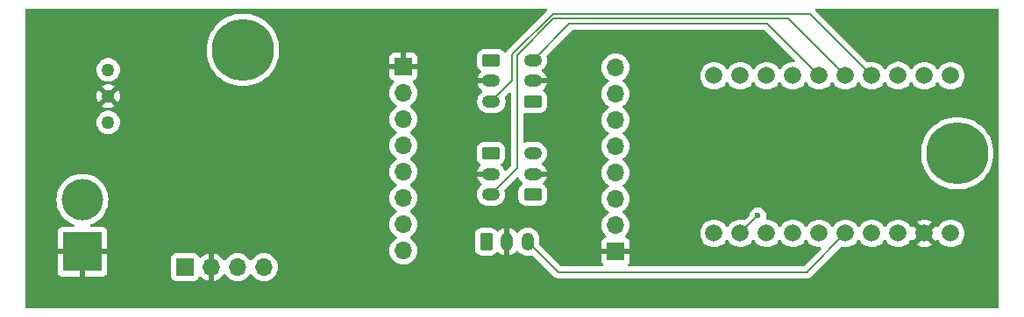
<source format=gbl>
%TF.GenerationSoftware,KiCad,Pcbnew,8.0.4*%
%TF.CreationDate,2024-09-27T18:01:19-04:00*%
%TF.ProjectId,Sp-I,53702d49-2e6b-4696-9361-645f70636258,rev?*%
%TF.SameCoordinates,Original*%
%TF.FileFunction,Copper,L2,Bot*%
%TF.FilePolarity,Positive*%
%FSLAX46Y46*%
G04 Gerber Fmt 4.6, Leading zero omitted, Abs format (unit mm)*
G04 Created by KiCad (PCBNEW 8.0.4) date 2024-09-27 18:01:19*
%MOMM*%
%LPD*%
G01*
G04 APERTURE LIST*
G04 Aperture macros list*
%AMRoundRect*
0 Rectangle with rounded corners*
0 $1 Rounding radius*
0 $2 $3 $4 $5 $6 $7 $8 $9 X,Y pos of 4 corners*
0 Add a 4 corners polygon primitive as box body*
4,1,4,$2,$3,$4,$5,$6,$7,$8,$9,$2,$3,0*
0 Add four circle primitives for the rounded corners*
1,1,$1+$1,$2,$3*
1,1,$1+$1,$4,$5*
1,1,$1+$1,$6,$7*
1,1,$1+$1,$8,$9*
0 Add four rect primitives between the rounded corners*
20,1,$1+$1,$2,$3,$4,$5,0*
20,1,$1+$1,$4,$5,$6,$7,0*
20,1,$1+$1,$6,$7,$8,$9,0*
20,1,$1+$1,$8,$9,$2,$3,0*%
G04 Aperture macros list end*
%TA.AperFunction,ComponentPad*%
%ADD10C,6.000000*%
%TD*%
%TA.AperFunction,ComponentPad*%
%ADD11C,1.665000*%
%TD*%
%TA.AperFunction,ComponentPad*%
%ADD12R,1.700000X1.700000*%
%TD*%
%TA.AperFunction,ComponentPad*%
%ADD13O,1.700000X1.700000*%
%TD*%
%TA.AperFunction,ComponentPad*%
%ADD14RoundRect,0.250000X-0.625000X0.350000X-0.625000X-0.350000X0.625000X-0.350000X0.625000X0.350000X0*%
%TD*%
%TA.AperFunction,ComponentPad*%
%ADD15O,1.750000X1.200000*%
%TD*%
%TA.AperFunction,ComponentPad*%
%ADD16RoundRect,0.250000X0.625000X-0.350000X0.625000X0.350000X-0.625000X0.350000X-0.625000X-0.350000X0*%
%TD*%
%TA.AperFunction,ComponentPad*%
%ADD17R,3.800000X3.800000*%
%TD*%
%TA.AperFunction,ComponentPad*%
%ADD18C,4.000000*%
%TD*%
%TA.AperFunction,ComponentPad*%
%ADD19C,1.270000*%
%TD*%
%TA.AperFunction,ComponentPad*%
%ADD20RoundRect,0.250000X-0.350000X-0.625000X0.350000X-0.625000X0.350000X0.625000X-0.350000X0.625000X0*%
%TD*%
%TA.AperFunction,ComponentPad*%
%ADD21O,1.200000X1.750000*%
%TD*%
%TA.AperFunction,ViaPad*%
%ADD22C,0.600000*%
%TD*%
%TA.AperFunction,Conductor*%
%ADD23C,0.200000*%
%TD*%
G04 APERTURE END LIST*
D10*
%TO.P,REF\u002A\u002A,1*%
%TO.N,N/C*%
X121500000Y-124500000D03*
%TD*%
%TO.P,REF\u002A\u002A,1*%
%TO.N,N/C*%
X190500000Y-134500000D03*
%TD*%
D11*
%TO.P,IC1,1,TX1*%
%TO.N,Kill_Switch*%
X184780000Y-127000000D03*
%TO.P,IC1,2,OUT2*%
%TO.N,Left_IR*%
X182240000Y-127000000D03*
%TO.P,IC1,3,LRCLK2*%
%TO.N,Middle_IR*%
X179700000Y-127000000D03*
%TO.P,IC1,4,BCLK2*%
%TO.N,Right_IR*%
X177160000Y-127000000D03*
%TO.P,IC1,5,IN2*%
%TO.N,DIR_L*%
X174620000Y-127000000D03*
%TO.P,IC1,6,OUT1D*%
%TO.N,PWM_L*%
X172080000Y-127000000D03*
%TO.P,IC1,7,RX2*%
%TO.N,DIR_R*%
X169540000Y-127000000D03*
%TO.P,IC1,8,TX2*%
%TO.N,PWM_R*%
X167000000Y-127000000D03*
%TO.P,IC1,17,A3*%
%TO.N,unconnected-(IC1-A3-Pad17)*%
X167000000Y-142240000D03*
%TO.P,IC1,18,A4*%
%TO.N,SDA*%
X169540000Y-142240000D03*
%TO.P,IC1,19,A5*%
%TO.N,SCL*%
X172080000Y-142240000D03*
%TO.P,IC1,20,A6*%
%TO.N,unconnected-(IC1-A6-Pad20)*%
X174620000Y-142240000D03*
%TO.P,IC1,21,A7*%
%TO.N,unconnected-(IC1-A7-Pad21)*%
X177160000Y-142240000D03*
%TO.P,IC1,22,A8*%
%TO.N,Left_Line*%
X179700000Y-142240000D03*
%TO.P,IC1,23,A9*%
%TO.N,Right_Line*%
X182240000Y-142240000D03*
%TO.P,IC1,53,3.3V_(250_M_A_MAX)*%
%TO.N,+3.3V*%
X184780000Y-142240000D03*
%TO.P,IC1,55,VIN_(3.6_TO_5.5_VOLTS)*%
%TO.N,5V*%
X189860000Y-142240000D03*
%TO.P,IC1,57,RX1*%
%TO.N,Start_Module*%
X187320000Y-127000000D03*
%TO.P,IC1,70,GND_5*%
%TO.N,GND*%
X187320000Y-142240000D03*
%TO.P,IC1,71,GND_6*%
%TO.N,unconnected-(IC1-GND_6-Pad71)*%
X189860000Y-127000000D03*
%TD*%
D12*
%TO.P,J8,1,Pin_1*%
%TO.N,GND*%
X137000000Y-126125000D03*
D13*
%TO.P,J8,2,Pin_2*%
%TO.N,DIR_L*%
X137000000Y-128665000D03*
%TO.P,J8,3,Pin_3*%
%TO.N,PWM_L*%
X137000000Y-131205000D03*
%TO.P,J8,4,Pin_4*%
%TO.N,unconnected-(J8-Pin_4-Pad4)*%
X137000000Y-133745000D03*
%TO.P,J8,5,Pin_5*%
%TO.N,unconnected-(J8-Pin_5-Pad5)*%
X137000000Y-136285000D03*
%TO.P,J8,6,Pin_6*%
%TO.N,unconnected-(J8-Pin_6-Pad6)*%
X137000000Y-138825000D03*
%TO.P,J8,7,Pin_7*%
%TO.N,unconnected-(J8-Pin_7-Pad7)*%
X137000000Y-141365000D03*
%TO.P,J8,8,Pin_8*%
%TO.N,unconnected-(J8-Pin_8-Pad8)*%
X137000000Y-143905000D03*
%TD*%
D14*
%TO.P,J2,1,Pin_1*%
%TO.N,+3.3V*%
X145450000Y-134500000D03*
D15*
%TO.P,J2,2,Pin_2*%
%TO.N,GND*%
X145450000Y-136500000D03*
%TO.P,J2,3,Pin_3*%
%TO.N,Middle_IR*%
X145450000Y-138500000D03*
%TD*%
D16*
%TO.P,J3,1,Pin_1*%
%TO.N,+3.3V*%
X149500000Y-129500000D03*
D15*
%TO.P,J3,2,Pin_2*%
%TO.N,GND*%
X149500000Y-127500000D03*
%TO.P,J3,3,Pin_3*%
%TO.N,Right_IR*%
X149500000Y-125500000D03*
%TD*%
D12*
%TO.P,J7,1,Pin_1*%
%TO.N,GND*%
X157500000Y-144000000D03*
D13*
%TO.P,J7,2,Pin_2*%
%TO.N,DIR_R*%
X157500000Y-141460000D03*
%TO.P,J7,3,Pin_3*%
%TO.N,PWM_R*%
X157500000Y-138920000D03*
%TO.P,J7,4,Pin_4*%
%TO.N,unconnected-(J7-Pin_4-Pad4)*%
X157500000Y-136380000D03*
%TO.P,J7,5,Pin_5*%
%TO.N,unconnected-(J7-Pin_5-Pad5)*%
X157500000Y-133840000D03*
%TO.P,J7,6,Pin_6*%
%TO.N,unconnected-(J7-Pin_6-Pad6)*%
X157500000Y-131300000D03*
%TO.P,J7,7,Pin_7*%
%TO.N,unconnected-(J7-Pin_7-Pad7)*%
X157500000Y-128760000D03*
%TO.P,J7,8,Pin_8*%
%TO.N,unconnected-(J7-Pin_8-Pad8)*%
X157500000Y-126220000D03*
%TD*%
D17*
%TO.P,J9,1,Pin_1*%
%TO.N,GND*%
X106000000Y-144000000D03*
D18*
%TO.P,J9,2,Pin_2*%
%TO.N,Net-(J9-Pin_2)*%
X106000000Y-139000000D03*
%TD*%
D19*
%TO.P,U1,1,+VIN*%
%TO.N,Net-(U1-+VIN)*%
X108500000Y-131500000D03*
%TO.P,U1,2,GND*%
%TO.N,GND*%
X108500000Y-128960000D03*
%TO.P,U1,3,+VOUT*%
%TO.N,5V*%
X108500000Y-126420000D03*
%TD*%
D12*
%TO.P,J4,1,Pin_1*%
%TO.N,+3.3V*%
X115920000Y-145500000D03*
D13*
%TO.P,J4,2,Pin_2*%
%TO.N,GND*%
X118460000Y-145500000D03*
%TO.P,J4,3,Pin_3*%
%TO.N,Start_Module*%
X121000000Y-145500000D03*
%TO.P,J4,4,Pin_4*%
%TO.N,Kill_Switch*%
X123540000Y-145500000D03*
%TD*%
D14*
%TO.P,J1,1,Pin_1*%
%TO.N,+3.3V*%
X145500000Y-125500000D03*
D15*
%TO.P,J1,2,Pin_2*%
%TO.N,GND*%
X145500000Y-127500000D03*
%TO.P,J1,3,Pin_3*%
%TO.N,Left_IR*%
X145500000Y-129500000D03*
%TD*%
D16*
%TO.P,J6,1,Pin_1*%
%TO.N,+3.3V*%
X149500000Y-138500000D03*
D15*
%TO.P,J6,2,Pin_2*%
%TO.N,GND*%
X149500000Y-136500000D03*
%TO.P,J6,3,Pin_3*%
%TO.N,Right_Line*%
X149500000Y-134500000D03*
%TD*%
D20*
%TO.P,J5,1,Pin_1*%
%TO.N,+3.3V*%
X145000000Y-143050000D03*
D21*
%TO.P,J5,2,Pin_2*%
%TO.N,GND*%
X147000000Y-143050000D03*
%TO.P,J5,3,Pin_3*%
%TO.N,Left_Line*%
X149000000Y-143050000D03*
%TD*%
D22*
%TO.N,SDA*%
X171234265Y-140545735D03*
%TO.N,GND*%
X172500000Y-132725000D03*
%TD*%
D23*
%TO.N,Left_IR*%
X147500000Y-127500000D02*
X145500000Y-129500000D01*
X147500000Y-124934314D02*
X147500000Y-127500000D01*
X151434314Y-121000000D02*
X147500000Y-124934314D01*
X176240000Y-121000000D02*
X151434314Y-121000000D01*
X182240000Y-127000000D02*
X176240000Y-121000000D01*
%TO.N,GND*%
X177805000Y-132725000D02*
X187320000Y-142240000D01*
X172500000Y-132725000D02*
X177805000Y-132725000D01*
%TO.N,Middle_IR*%
X148000000Y-135950000D02*
X145450000Y-138500000D01*
X151500000Y-121500000D02*
X148000000Y-125000000D01*
X174200000Y-121500000D02*
X151500000Y-121500000D01*
X148000000Y-125000000D02*
X148000000Y-135950000D01*
X179700000Y-127000000D02*
X174200000Y-121500000D01*
%TO.N,Kill_Switch*%
X184780000Y-127000000D02*
X184780000Y-126220000D01*
%TO.N,Right_IR*%
X172160000Y-122000000D02*
X153000000Y-122000000D01*
X177160000Y-127000000D02*
X172160000Y-122000000D01*
X153000000Y-122000000D02*
X149500000Y-125500000D01*
%TO.N,Left_Line*%
X176000000Y-145940000D02*
X176000000Y-146000000D01*
X179700000Y-142240000D02*
X176000000Y-145940000D01*
X176000000Y-146000000D02*
X151950000Y-146000000D01*
X151950000Y-146000000D02*
X149000000Y-143050000D01*
%TO.N,SDA*%
X171234265Y-140545735D02*
X169540000Y-142240000D01*
%TD*%
%TA.AperFunction,Conductor*%
%TO.N,GND*%
G36*
X150852255Y-120520185D02*
G01*
X150898010Y-120572989D01*
X150907954Y-120642147D01*
X150878929Y-120705703D01*
X150872897Y-120712181D01*
X147019481Y-124565596D01*
X147019475Y-124565604D01*
X146981651Y-124631119D01*
X146981650Y-124631122D01*
X146942931Y-124698182D01*
X146892363Y-124746397D01*
X146823755Y-124759618D01*
X146758891Y-124733649D01*
X146730006Y-124701276D01*
X146717712Y-124681344D01*
X146593657Y-124557289D01*
X146593656Y-124557288D01*
X146444334Y-124465186D01*
X146277797Y-124410001D01*
X146277795Y-124410000D01*
X146175010Y-124399500D01*
X144824998Y-124399500D01*
X144824981Y-124399501D01*
X144722203Y-124410000D01*
X144722200Y-124410001D01*
X144555668Y-124465185D01*
X144555663Y-124465187D01*
X144406342Y-124557289D01*
X144282289Y-124681342D01*
X144190187Y-124830663D01*
X144190185Y-124830668D01*
X144178343Y-124866405D01*
X144135001Y-124997203D01*
X144135001Y-124997204D01*
X144135000Y-124997204D01*
X144124500Y-125099983D01*
X144124500Y-125900001D01*
X144124501Y-125900019D01*
X144135000Y-126002796D01*
X144135001Y-126002799D01*
X144190185Y-126169331D01*
X144190186Y-126169334D01*
X144282288Y-126318656D01*
X144406344Y-126442712D01*
X144470981Y-126482580D01*
X144517705Y-126534526D01*
X144528928Y-126603489D01*
X144501085Y-126667571D01*
X144493566Y-126675799D01*
X144385964Y-126783401D01*
X144284195Y-126923475D01*
X144205591Y-127077744D01*
X144152085Y-127242415D01*
X144150884Y-127249999D01*
X144150885Y-127250000D01*
X145219670Y-127250000D01*
X145199925Y-127269745D01*
X145150556Y-127355255D01*
X145125000Y-127450630D01*
X145125000Y-127549370D01*
X145150556Y-127644745D01*
X145199925Y-127730255D01*
X145219670Y-127750000D01*
X144150885Y-127750000D01*
X144152085Y-127757584D01*
X144205591Y-127922255D01*
X144284195Y-128076524D01*
X144385967Y-128216602D01*
X144508401Y-128339036D01*
X144591447Y-128399371D01*
X144634114Y-128454701D01*
X144640093Y-128524314D01*
X144607488Y-128586109D01*
X144591450Y-128600007D01*
X144508072Y-128660585D01*
X144385588Y-128783069D01*
X144385588Y-128783070D01*
X144385586Y-128783072D01*
X144351009Y-128830663D01*
X144283768Y-128923211D01*
X144205128Y-129077552D01*
X144151597Y-129242302D01*
X144124500Y-129413389D01*
X144124500Y-129586610D01*
X144143012Y-129703495D01*
X144151598Y-129757701D01*
X144204223Y-129919664D01*
X144205128Y-129922447D01*
X144235982Y-129983002D01*
X144283768Y-130076788D01*
X144385586Y-130216928D01*
X144508072Y-130339414D01*
X144648212Y-130441232D01*
X144802555Y-130519873D01*
X144967299Y-130573402D01*
X145138389Y-130600500D01*
X145138390Y-130600500D01*
X145861610Y-130600500D01*
X145861611Y-130600500D01*
X146032701Y-130573402D01*
X146197445Y-130519873D01*
X146351788Y-130441232D01*
X146491928Y-130339414D01*
X146614414Y-130216928D01*
X146716232Y-130076788D01*
X146794873Y-129922445D01*
X146848402Y-129757701D01*
X146875500Y-129586611D01*
X146875500Y-129413389D01*
X146848402Y-129242299D01*
X146812665Y-129132315D01*
X146810671Y-129062476D01*
X146842916Y-129006318D01*
X147089235Y-128759999D01*
X147187820Y-128661414D01*
X147249142Y-128627930D01*
X147318834Y-128632914D01*
X147374767Y-128674786D01*
X147399184Y-128740250D01*
X147399500Y-128749096D01*
X147399500Y-135649902D01*
X147379815Y-135716941D01*
X147363181Y-135737583D01*
X146955817Y-136144946D01*
X146894494Y-136178431D01*
X146824802Y-136173447D01*
X146768869Y-136131575D01*
X146750205Y-136095583D01*
X146744408Y-136077744D01*
X146665804Y-135923475D01*
X146564032Y-135783397D01*
X146456434Y-135675799D01*
X146422949Y-135614476D01*
X146427933Y-135544784D01*
X146469805Y-135488851D01*
X146478995Y-135482594D01*
X146543656Y-135442712D01*
X146667712Y-135318656D01*
X146759814Y-135169334D01*
X146814999Y-135002797D01*
X146825500Y-134900009D01*
X146825499Y-134099992D01*
X146814999Y-133997203D01*
X146759814Y-133830666D01*
X146667712Y-133681344D01*
X146543656Y-133557288D01*
X146418559Y-133480128D01*
X146394336Y-133465187D01*
X146394331Y-133465185D01*
X146392862Y-133464698D01*
X146227797Y-133410001D01*
X146227795Y-133410000D01*
X146125010Y-133399500D01*
X144774998Y-133399500D01*
X144774981Y-133399501D01*
X144672203Y-133410000D01*
X144672200Y-133410001D01*
X144505668Y-133465185D01*
X144505663Y-133465187D01*
X144356342Y-133557289D01*
X144232289Y-133681342D01*
X144140187Y-133830663D01*
X144140186Y-133830666D01*
X144085001Y-133997203D01*
X144085001Y-133997204D01*
X144085000Y-133997204D01*
X144074500Y-134099983D01*
X144074500Y-134900001D01*
X144074501Y-134900019D01*
X144085000Y-135002796D01*
X144085001Y-135002799D01*
X144120844Y-135110965D01*
X144140186Y-135169334D01*
X144232288Y-135318656D01*
X144356344Y-135442712D01*
X144420981Y-135482580D01*
X144467705Y-135534526D01*
X144478928Y-135603489D01*
X144451085Y-135667571D01*
X144443566Y-135675799D01*
X144335964Y-135783401D01*
X144234195Y-135923475D01*
X144155591Y-136077744D01*
X144102085Y-136242415D01*
X144100884Y-136249999D01*
X144100885Y-136250000D01*
X145169670Y-136250000D01*
X145149925Y-136269745D01*
X145100556Y-136355255D01*
X145075000Y-136450630D01*
X145075000Y-136549370D01*
X145100556Y-136644745D01*
X145149925Y-136730255D01*
X145169670Y-136750000D01*
X144100885Y-136750000D01*
X144102085Y-136757584D01*
X144155591Y-136922255D01*
X144234195Y-137076524D01*
X144335967Y-137216602D01*
X144458401Y-137339036D01*
X144541447Y-137399371D01*
X144584114Y-137454701D01*
X144590093Y-137524314D01*
X144557488Y-137586109D01*
X144541450Y-137600007D01*
X144458072Y-137660585D01*
X144335588Y-137783069D01*
X144335588Y-137783070D01*
X144335586Y-137783072D01*
X144328378Y-137792993D01*
X144233768Y-137923211D01*
X144155128Y-138077552D01*
X144101597Y-138242302D01*
X144082744Y-138361337D01*
X144074500Y-138413389D01*
X144074500Y-138586611D01*
X144101598Y-138757701D01*
X144155127Y-138922445D01*
X144233768Y-139076788D01*
X144335586Y-139216928D01*
X144458072Y-139339414D01*
X144598212Y-139441232D01*
X144752555Y-139519873D01*
X144917299Y-139573402D01*
X145088389Y-139600500D01*
X145088390Y-139600500D01*
X145811610Y-139600500D01*
X145811611Y-139600500D01*
X145982701Y-139573402D01*
X146147445Y-139519873D01*
X146301788Y-139441232D01*
X146441928Y-139339414D01*
X146564414Y-139216928D01*
X146666232Y-139076788D01*
X146744873Y-138922445D01*
X146798402Y-138757701D01*
X146825500Y-138586611D01*
X146825500Y-138413389D01*
X146798402Y-138242299D01*
X146762665Y-138132315D01*
X146760671Y-138062475D01*
X146792914Y-138006319D01*
X147981923Y-136817312D01*
X148043243Y-136783829D01*
X148112935Y-136788813D01*
X148168868Y-136830685D01*
X148187532Y-136866676D01*
X148205591Y-136922256D01*
X148284195Y-137076524D01*
X148385967Y-137216602D01*
X148493565Y-137324200D01*
X148527050Y-137385523D01*
X148522066Y-137455215D01*
X148480194Y-137511148D01*
X148470983Y-137517418D01*
X148454903Y-137527337D01*
X148406342Y-137557289D01*
X148282289Y-137681342D01*
X148190187Y-137830663D01*
X148190185Y-137830668D01*
X148173339Y-137881506D01*
X148135001Y-137997203D01*
X148135001Y-137997204D01*
X148135000Y-137997204D01*
X148124500Y-138099983D01*
X148124500Y-138900001D01*
X148124501Y-138900019D01*
X148135000Y-139002796D01*
X148135001Y-139002799D01*
X148154091Y-139060408D01*
X148190186Y-139169334D01*
X148282288Y-139318656D01*
X148406344Y-139442712D01*
X148555666Y-139534814D01*
X148722203Y-139589999D01*
X148824991Y-139600500D01*
X150175008Y-139600499D01*
X150277797Y-139589999D01*
X150444334Y-139534814D01*
X150593656Y-139442712D01*
X150717712Y-139318656D01*
X150809814Y-139169334D01*
X150864999Y-139002797D01*
X150875500Y-138900009D01*
X150875499Y-138099992D01*
X150871637Y-138062190D01*
X150864999Y-137997203D01*
X150864998Y-137997200D01*
X150842301Y-137928705D01*
X150809814Y-137830666D01*
X150717712Y-137681344D01*
X150593656Y-137557288D01*
X150593655Y-137557287D01*
X150545097Y-137527337D01*
X150529018Y-137517419D01*
X150482294Y-137465472D01*
X150471071Y-137396510D01*
X150498914Y-137332428D01*
X150506434Y-137324199D01*
X150614035Y-137216598D01*
X150715804Y-137076524D01*
X150794408Y-136922255D01*
X150847914Y-136757584D01*
X150849115Y-136750000D01*
X149780330Y-136750000D01*
X149800075Y-136730255D01*
X149849444Y-136644745D01*
X149875000Y-136549370D01*
X149875000Y-136450630D01*
X149849444Y-136355255D01*
X149800075Y-136269745D01*
X149780330Y-136250000D01*
X150849115Y-136250000D01*
X150849115Y-136249999D01*
X150847914Y-136242415D01*
X150794408Y-136077744D01*
X150715804Y-135923475D01*
X150614032Y-135783397D01*
X150491602Y-135660967D01*
X150408551Y-135600628D01*
X150365885Y-135545298D01*
X150359906Y-135475685D01*
X150392511Y-135413889D01*
X150408551Y-135399991D01*
X150491928Y-135339414D01*
X150614414Y-135216928D01*
X150716232Y-135076788D01*
X150794873Y-134922445D01*
X150848402Y-134757701D01*
X150875500Y-134586611D01*
X150875500Y-134413389D01*
X150848402Y-134242299D01*
X150794873Y-134077555D01*
X150716232Y-133923212D01*
X150614414Y-133783072D01*
X150491928Y-133660586D01*
X150351788Y-133558768D01*
X150197445Y-133480127D01*
X150032701Y-133426598D01*
X150032699Y-133426597D01*
X150032698Y-133426597D01*
X149901271Y-133405781D01*
X149861611Y-133399500D01*
X149138389Y-133399500D01*
X149098728Y-133405781D01*
X148967302Y-133426597D01*
X148802549Y-133480129D01*
X148780794Y-133491214D01*
X148712125Y-133504110D01*
X148647385Y-133477833D01*
X148607128Y-133420727D01*
X148600500Y-133380729D01*
X148600500Y-130714879D01*
X148620185Y-130647840D01*
X148672989Y-130602085D01*
X148737102Y-130591521D01*
X148824991Y-130600500D01*
X150175008Y-130600499D01*
X150277797Y-130589999D01*
X150444334Y-130534814D01*
X150593656Y-130442712D01*
X150717712Y-130318656D01*
X150809814Y-130169334D01*
X150864999Y-130002797D01*
X150875500Y-129900009D01*
X150875499Y-129099992D01*
X150871637Y-129062190D01*
X150864999Y-128997203D01*
X150864998Y-128997200D01*
X150852671Y-128959999D01*
X150809814Y-128830666D01*
X150717712Y-128681344D01*
X150593656Y-128557288D01*
X150593655Y-128557287D01*
X150549988Y-128530353D01*
X150529018Y-128517419D01*
X150482294Y-128465472D01*
X150471071Y-128396510D01*
X150498914Y-128332428D01*
X150506434Y-128324199D01*
X150614035Y-128216598D01*
X150715804Y-128076524D01*
X150794408Y-127922255D01*
X150847914Y-127757584D01*
X150849115Y-127750000D01*
X149780330Y-127750000D01*
X149800075Y-127730255D01*
X149849444Y-127644745D01*
X149875000Y-127549370D01*
X149875000Y-127450630D01*
X149849444Y-127355255D01*
X149800075Y-127269745D01*
X149780330Y-127250000D01*
X150849115Y-127250000D01*
X150849115Y-127249999D01*
X150847914Y-127242415D01*
X150794408Y-127077744D01*
X150715804Y-126923475D01*
X150614032Y-126783397D01*
X150491602Y-126660967D01*
X150408551Y-126600628D01*
X150365885Y-126545298D01*
X150359906Y-126475685D01*
X150392511Y-126413889D01*
X150408551Y-126399991D01*
X150442948Y-126375000D01*
X150491928Y-126339414D01*
X150614414Y-126216928D01*
X150716232Y-126076788D01*
X150794873Y-125922445D01*
X150848402Y-125757701D01*
X150875500Y-125586611D01*
X150875500Y-125413389D01*
X150848402Y-125242299D01*
X150812665Y-125132315D01*
X150810671Y-125062475D01*
X150842914Y-125006319D01*
X153212416Y-122636819D01*
X153273739Y-122603334D01*
X153300097Y-122600500D01*
X171859903Y-122600500D01*
X171926942Y-122620185D01*
X171947584Y-122636819D01*
X174765584Y-125454819D01*
X174799069Y-125516142D01*
X174794085Y-125585834D01*
X174752213Y-125641767D01*
X174686749Y-125666184D01*
X174667096Y-125666028D01*
X174620002Y-125661908D01*
X174619999Y-125661908D01*
X174387647Y-125682236D01*
X174387637Y-125682238D01*
X174162353Y-125742602D01*
X174162339Y-125742607D01*
X173950957Y-125841176D01*
X173950955Y-125841177D01*
X173950954Y-125841178D01*
X173759891Y-125974962D01*
X173759889Y-125974963D01*
X173759886Y-125974966D01*
X173594966Y-126139886D01*
X173594963Y-126139889D01*
X173594962Y-126139891D01*
X173545548Y-126210462D01*
X173461177Y-126330955D01*
X173458473Y-126335640D01*
X173456824Y-126334688D01*
X173416199Y-126380818D01*
X173349003Y-126399963D01*
X173282124Y-126379740D01*
X173243115Y-126334722D01*
X173241527Y-126335640D01*
X173238822Y-126330955D01*
X173238822Y-126330954D01*
X173105038Y-126139891D01*
X172940109Y-125974962D01*
X172749046Y-125841178D01*
X172749042Y-125841176D01*
X172537660Y-125742607D01*
X172537646Y-125742602D01*
X172312362Y-125682238D01*
X172312352Y-125682236D01*
X172080001Y-125661908D01*
X172079999Y-125661908D01*
X171847647Y-125682236D01*
X171847637Y-125682238D01*
X171622353Y-125742602D01*
X171622339Y-125742607D01*
X171410957Y-125841176D01*
X171410955Y-125841177D01*
X171410954Y-125841178D01*
X171219891Y-125974962D01*
X171219889Y-125974963D01*
X171219886Y-125974966D01*
X171054966Y-126139886D01*
X171054963Y-126139889D01*
X171054962Y-126139891D01*
X171005548Y-126210462D01*
X170921177Y-126330955D01*
X170918473Y-126335640D01*
X170916824Y-126334688D01*
X170876199Y-126380818D01*
X170809003Y-126399963D01*
X170742124Y-126379740D01*
X170703115Y-126334722D01*
X170701527Y-126335640D01*
X170698822Y-126330955D01*
X170698822Y-126330954D01*
X170565038Y-126139891D01*
X170400109Y-125974962D01*
X170209046Y-125841178D01*
X170209042Y-125841176D01*
X169997660Y-125742607D01*
X169997646Y-125742602D01*
X169772362Y-125682238D01*
X169772352Y-125682236D01*
X169540001Y-125661908D01*
X169539999Y-125661908D01*
X169307647Y-125682236D01*
X169307637Y-125682238D01*
X169082353Y-125742602D01*
X169082339Y-125742607D01*
X168870957Y-125841176D01*
X168870955Y-125841177D01*
X168870954Y-125841178D01*
X168679891Y-125974962D01*
X168679889Y-125974963D01*
X168679886Y-125974966D01*
X168514966Y-126139886D01*
X168514963Y-126139889D01*
X168514962Y-126139891D01*
X168465548Y-126210462D01*
X168381177Y-126330955D01*
X168378473Y-126335640D01*
X168376824Y-126334688D01*
X168336199Y-126380818D01*
X168269003Y-126399963D01*
X168202124Y-126379740D01*
X168163115Y-126334722D01*
X168161527Y-126335640D01*
X168158822Y-126330955D01*
X168158822Y-126330954D01*
X168025038Y-126139891D01*
X167860109Y-125974962D01*
X167669046Y-125841178D01*
X167669042Y-125841176D01*
X167457660Y-125742607D01*
X167457646Y-125742602D01*
X167232362Y-125682238D01*
X167232352Y-125682236D01*
X167000001Y-125661908D01*
X166999999Y-125661908D01*
X166767647Y-125682236D01*
X166767637Y-125682238D01*
X166542353Y-125742602D01*
X166542339Y-125742607D01*
X166330957Y-125841176D01*
X166330955Y-125841177D01*
X166330954Y-125841178D01*
X166139891Y-125974962D01*
X166139889Y-125974963D01*
X166139886Y-125974966D01*
X165974966Y-126139886D01*
X165974963Y-126139889D01*
X165974962Y-126139891D01*
X165925548Y-126210462D01*
X165841177Y-126330955D01*
X165841176Y-126330957D01*
X165742607Y-126542339D01*
X165742602Y-126542353D01*
X165682238Y-126767637D01*
X165682236Y-126767647D01*
X165661908Y-126999999D01*
X165661908Y-127000000D01*
X165682236Y-127232352D01*
X165682238Y-127232362D01*
X165742602Y-127457646D01*
X165742607Y-127457660D01*
X165788231Y-127555500D01*
X165841178Y-127669046D01*
X165974962Y-127860109D01*
X166139891Y-128025038D01*
X166330954Y-128158822D01*
X166454856Y-128216598D01*
X166542339Y-128257392D01*
X166542341Y-128257392D01*
X166542346Y-128257395D01*
X166767643Y-128317763D01*
X166953528Y-128334026D01*
X166999999Y-128338092D01*
X167000000Y-128338092D01*
X167000001Y-128338092D01*
X167038726Y-128334703D01*
X167232357Y-128317763D01*
X167457654Y-128257395D01*
X167669046Y-128158822D01*
X167860109Y-128025038D01*
X168025038Y-127860109D01*
X168158822Y-127669046D01*
X168158826Y-127669035D01*
X168161527Y-127664360D01*
X168163179Y-127665313D01*
X168203784Y-127619192D01*
X168270976Y-127600036D01*
X168337859Y-127620248D01*
X168376879Y-127665280D01*
X168378473Y-127664360D01*
X168381176Y-127669042D01*
X168381178Y-127669046D01*
X168514962Y-127860109D01*
X168679891Y-128025038D01*
X168870954Y-128158822D01*
X168994856Y-128216598D01*
X169082339Y-128257392D01*
X169082341Y-128257392D01*
X169082346Y-128257395D01*
X169307643Y-128317763D01*
X169493528Y-128334026D01*
X169539999Y-128338092D01*
X169540000Y-128338092D01*
X169540001Y-128338092D01*
X169578726Y-128334703D01*
X169772357Y-128317763D01*
X169997654Y-128257395D01*
X170209046Y-128158822D01*
X170400109Y-128025038D01*
X170565038Y-127860109D01*
X170698822Y-127669046D01*
X170698826Y-127669035D01*
X170701527Y-127664360D01*
X170703179Y-127665313D01*
X170743784Y-127619192D01*
X170810976Y-127600036D01*
X170877859Y-127620248D01*
X170916879Y-127665280D01*
X170918473Y-127664360D01*
X170921176Y-127669042D01*
X170921178Y-127669046D01*
X171054962Y-127860109D01*
X171219891Y-128025038D01*
X171410954Y-128158822D01*
X171534856Y-128216598D01*
X171622339Y-128257392D01*
X171622341Y-128257392D01*
X171622346Y-128257395D01*
X171847643Y-128317763D01*
X172033528Y-128334026D01*
X172079999Y-128338092D01*
X172080000Y-128338092D01*
X172080001Y-128338092D01*
X172118726Y-128334703D01*
X172312357Y-128317763D01*
X172537654Y-128257395D01*
X172749046Y-128158822D01*
X172940109Y-128025038D01*
X173105038Y-127860109D01*
X173238822Y-127669046D01*
X173238826Y-127669035D01*
X173241527Y-127664360D01*
X173243179Y-127665313D01*
X173283784Y-127619192D01*
X173350976Y-127600036D01*
X173417859Y-127620248D01*
X173456879Y-127665280D01*
X173458473Y-127664360D01*
X173461176Y-127669042D01*
X173461178Y-127669046D01*
X173594962Y-127860109D01*
X173759891Y-128025038D01*
X173950954Y-128158822D01*
X174074856Y-128216598D01*
X174162339Y-128257392D01*
X174162341Y-128257392D01*
X174162346Y-128257395D01*
X174387643Y-128317763D01*
X174573528Y-128334026D01*
X174619999Y-128338092D01*
X174620000Y-128338092D01*
X174620001Y-128338092D01*
X174658726Y-128334703D01*
X174852357Y-128317763D01*
X175077654Y-128257395D01*
X175289046Y-128158822D01*
X175480109Y-128025038D01*
X175645038Y-127860109D01*
X175778822Y-127669046D01*
X175778826Y-127669035D01*
X175781527Y-127664360D01*
X175783179Y-127665313D01*
X175823784Y-127619192D01*
X175890976Y-127600036D01*
X175957859Y-127620248D01*
X175996879Y-127665280D01*
X175998473Y-127664360D01*
X176001176Y-127669042D01*
X176001178Y-127669046D01*
X176134962Y-127860109D01*
X176299891Y-128025038D01*
X176490954Y-128158822D01*
X176614856Y-128216598D01*
X176702339Y-128257392D01*
X176702341Y-128257392D01*
X176702346Y-128257395D01*
X176927643Y-128317763D01*
X177113528Y-128334026D01*
X177159999Y-128338092D01*
X177160000Y-128338092D01*
X177160001Y-128338092D01*
X177198726Y-128334703D01*
X177392357Y-128317763D01*
X177617654Y-128257395D01*
X177829046Y-128158822D01*
X178020109Y-128025038D01*
X178185038Y-127860109D01*
X178318822Y-127669046D01*
X178318826Y-127669035D01*
X178321527Y-127664360D01*
X178323179Y-127665313D01*
X178363784Y-127619192D01*
X178430976Y-127600036D01*
X178497859Y-127620248D01*
X178536879Y-127665280D01*
X178538473Y-127664360D01*
X178541176Y-127669042D01*
X178541178Y-127669046D01*
X178674962Y-127860109D01*
X178839891Y-128025038D01*
X179030954Y-128158822D01*
X179154856Y-128216598D01*
X179242339Y-128257392D01*
X179242341Y-128257392D01*
X179242346Y-128257395D01*
X179467643Y-128317763D01*
X179653528Y-128334026D01*
X179699999Y-128338092D01*
X179700000Y-128338092D01*
X179700001Y-128338092D01*
X179738726Y-128334703D01*
X179932357Y-128317763D01*
X180157654Y-128257395D01*
X180369046Y-128158822D01*
X180560109Y-128025038D01*
X180725038Y-127860109D01*
X180858822Y-127669046D01*
X180858826Y-127669035D01*
X180861527Y-127664360D01*
X180863179Y-127665313D01*
X180903784Y-127619192D01*
X180970976Y-127600036D01*
X181037859Y-127620248D01*
X181076879Y-127665280D01*
X181078473Y-127664360D01*
X181081176Y-127669042D01*
X181081178Y-127669046D01*
X181214962Y-127860109D01*
X181379891Y-128025038D01*
X181570954Y-128158822D01*
X181694856Y-128216598D01*
X181782339Y-128257392D01*
X181782341Y-128257392D01*
X181782346Y-128257395D01*
X182007643Y-128317763D01*
X182193528Y-128334026D01*
X182239999Y-128338092D01*
X182240000Y-128338092D01*
X182240001Y-128338092D01*
X182278726Y-128334703D01*
X182472357Y-128317763D01*
X182697654Y-128257395D01*
X182909046Y-128158822D01*
X183100109Y-128025038D01*
X183265038Y-127860109D01*
X183398822Y-127669046D01*
X183398826Y-127669035D01*
X183401527Y-127664360D01*
X183403179Y-127665313D01*
X183443784Y-127619192D01*
X183510976Y-127600036D01*
X183577859Y-127620248D01*
X183616879Y-127665280D01*
X183618473Y-127664360D01*
X183621176Y-127669042D01*
X183621178Y-127669046D01*
X183754962Y-127860109D01*
X183919891Y-128025038D01*
X184110954Y-128158822D01*
X184234856Y-128216598D01*
X184322339Y-128257392D01*
X184322341Y-128257392D01*
X184322346Y-128257395D01*
X184547643Y-128317763D01*
X184733528Y-128334026D01*
X184779999Y-128338092D01*
X184780000Y-128338092D01*
X184780001Y-128338092D01*
X184818726Y-128334703D01*
X185012357Y-128317763D01*
X185237654Y-128257395D01*
X185449046Y-128158822D01*
X185640109Y-128025038D01*
X185805038Y-127860109D01*
X185938822Y-127669046D01*
X185938826Y-127669035D01*
X185941527Y-127664360D01*
X185943179Y-127665313D01*
X185983784Y-127619192D01*
X186050976Y-127600036D01*
X186117859Y-127620248D01*
X186156879Y-127665280D01*
X186158473Y-127664360D01*
X186161176Y-127669042D01*
X186161178Y-127669046D01*
X186294962Y-127860109D01*
X186459891Y-128025038D01*
X186650954Y-128158822D01*
X186774856Y-128216598D01*
X186862339Y-128257392D01*
X186862341Y-128257392D01*
X186862346Y-128257395D01*
X187087643Y-128317763D01*
X187273528Y-128334026D01*
X187319999Y-128338092D01*
X187320000Y-128338092D01*
X187320001Y-128338092D01*
X187358726Y-128334703D01*
X187552357Y-128317763D01*
X187777654Y-128257395D01*
X187989046Y-128158822D01*
X188180109Y-128025038D01*
X188345038Y-127860109D01*
X188478822Y-127669046D01*
X188478826Y-127669035D01*
X188481527Y-127664360D01*
X188483179Y-127665313D01*
X188523784Y-127619192D01*
X188590976Y-127600036D01*
X188657859Y-127620248D01*
X188696879Y-127665280D01*
X188698473Y-127664360D01*
X188701176Y-127669042D01*
X188701178Y-127669046D01*
X188834962Y-127860109D01*
X188999891Y-128025038D01*
X189190954Y-128158822D01*
X189314856Y-128216598D01*
X189402339Y-128257392D01*
X189402341Y-128257392D01*
X189402346Y-128257395D01*
X189627643Y-128317763D01*
X189813528Y-128334026D01*
X189859999Y-128338092D01*
X189860000Y-128338092D01*
X189860001Y-128338092D01*
X189898726Y-128334703D01*
X190092357Y-128317763D01*
X190317654Y-128257395D01*
X190529046Y-128158822D01*
X190720109Y-128025038D01*
X190885038Y-127860109D01*
X191018822Y-127669046D01*
X191117395Y-127457654D01*
X191177763Y-127232357D01*
X191198092Y-127000000D01*
X191177763Y-126767643D01*
X191125716Y-126573402D01*
X191117397Y-126542353D01*
X191117392Y-126542339D01*
X191063788Y-126427384D01*
X191018822Y-126330954D01*
X190885038Y-126139891D01*
X190720109Y-125974962D01*
X190529046Y-125841178D01*
X190529042Y-125841176D01*
X190317660Y-125742607D01*
X190317646Y-125742602D01*
X190092362Y-125682238D01*
X190092352Y-125682236D01*
X189860001Y-125661908D01*
X189859999Y-125661908D01*
X189627647Y-125682236D01*
X189627637Y-125682238D01*
X189402353Y-125742602D01*
X189402339Y-125742607D01*
X189190957Y-125841176D01*
X189190955Y-125841177D01*
X189190954Y-125841178D01*
X188999891Y-125974962D01*
X188999889Y-125974963D01*
X188999886Y-125974966D01*
X188834966Y-126139886D01*
X188834963Y-126139889D01*
X188834962Y-126139891D01*
X188785548Y-126210462D01*
X188701177Y-126330955D01*
X188698473Y-126335640D01*
X188696824Y-126334688D01*
X188656199Y-126380818D01*
X188589003Y-126399963D01*
X188522124Y-126379740D01*
X188483115Y-126334722D01*
X188481527Y-126335640D01*
X188478822Y-126330955D01*
X188478822Y-126330954D01*
X188345038Y-126139891D01*
X188180109Y-125974962D01*
X187989046Y-125841178D01*
X187989042Y-125841176D01*
X187777660Y-125742607D01*
X187777646Y-125742602D01*
X187552362Y-125682238D01*
X187552352Y-125682236D01*
X187320001Y-125661908D01*
X187319999Y-125661908D01*
X187087647Y-125682236D01*
X187087637Y-125682238D01*
X186862353Y-125742602D01*
X186862339Y-125742607D01*
X186650957Y-125841176D01*
X186650955Y-125841177D01*
X186650954Y-125841178D01*
X186459891Y-125974962D01*
X186459889Y-125974963D01*
X186459886Y-125974966D01*
X186294966Y-126139886D01*
X186294963Y-126139889D01*
X186294962Y-126139891D01*
X186245548Y-126210462D01*
X186161177Y-126330955D01*
X186158473Y-126335640D01*
X186156824Y-126334688D01*
X186116199Y-126380818D01*
X186049003Y-126399963D01*
X185982124Y-126379740D01*
X185943115Y-126334722D01*
X185941527Y-126335640D01*
X185938822Y-126330955D01*
X185938822Y-126330954D01*
X185805038Y-126139891D01*
X185640109Y-125974962D01*
X185449046Y-125841178D01*
X185449042Y-125841176D01*
X185237660Y-125742607D01*
X185237646Y-125742602D01*
X185097560Y-125705067D01*
X185067653Y-125692679D01*
X185049570Y-125682239D01*
X185042394Y-125678095D01*
X185011786Y-125660424D01*
X185011785Y-125660423D01*
X185011784Y-125660423D01*
X184859057Y-125619500D01*
X184700943Y-125619500D01*
X184548216Y-125660423D01*
X184548213Y-125660424D01*
X184492342Y-125692680D01*
X184462439Y-125705066D01*
X184322351Y-125742603D01*
X184322339Y-125742607D01*
X184110957Y-125841176D01*
X184110955Y-125841177D01*
X184110954Y-125841178D01*
X183919891Y-125974962D01*
X183919889Y-125974963D01*
X183919886Y-125974966D01*
X183754966Y-126139886D01*
X183754963Y-126139889D01*
X183754962Y-126139891D01*
X183705548Y-126210462D01*
X183621177Y-126330955D01*
X183618473Y-126335640D01*
X183616824Y-126334688D01*
X183576199Y-126380818D01*
X183509003Y-126399963D01*
X183442124Y-126379740D01*
X183403115Y-126334722D01*
X183401527Y-126335640D01*
X183398822Y-126330955D01*
X183398822Y-126330954D01*
X183265038Y-126139891D01*
X183100109Y-125974962D01*
X182909046Y-125841178D01*
X182909042Y-125841176D01*
X182697660Y-125742607D01*
X182697646Y-125742602D01*
X182472362Y-125682238D01*
X182472352Y-125682236D01*
X182240001Y-125661908D01*
X182239999Y-125661908D01*
X182007647Y-125682236D01*
X182007634Y-125682239D01*
X181890530Y-125713616D01*
X181820681Y-125711953D01*
X181770757Y-125681522D01*
X176801416Y-120712181D01*
X176767931Y-120650858D01*
X176772915Y-120581166D01*
X176814787Y-120525233D01*
X176880251Y-120500816D01*
X176889097Y-120500500D01*
X194375500Y-120500500D01*
X194442539Y-120520185D01*
X194488294Y-120572989D01*
X194499500Y-120624500D01*
X194499500Y-149375500D01*
X194479815Y-149442539D01*
X194427011Y-149488294D01*
X194375500Y-149499500D01*
X100624500Y-149499500D01*
X100557461Y-149479815D01*
X100511706Y-149427011D01*
X100500500Y-149375500D01*
X100500500Y-138999994D01*
X103494556Y-138999994D01*
X103494556Y-139000005D01*
X103514310Y-139314004D01*
X103514311Y-139314011D01*
X103527598Y-139383663D01*
X103568961Y-139600498D01*
X103573270Y-139623083D01*
X103670497Y-139922316D01*
X103670499Y-139922321D01*
X103804461Y-140207003D01*
X103804464Y-140207009D01*
X103973051Y-140472661D01*
X103973054Y-140472665D01*
X104173606Y-140715090D01*
X104173608Y-140715092D01*
X104173610Y-140715094D01*
X104245038Y-140782169D01*
X104402968Y-140930476D01*
X104402978Y-140930484D01*
X104657504Y-141115408D01*
X104657509Y-141115410D01*
X104657516Y-141115416D01*
X104933234Y-141266994D01*
X104933239Y-141266996D01*
X104933241Y-141266997D01*
X104933242Y-141266998D01*
X105169927Y-141360708D01*
X105225013Y-141403689D01*
X105248116Y-141469628D01*
X105231903Y-141537591D01*
X105181519Y-141585998D01*
X105124280Y-141600000D01*
X104052155Y-141600000D01*
X103992627Y-141606401D01*
X103992620Y-141606403D01*
X103857913Y-141656645D01*
X103857906Y-141656649D01*
X103742812Y-141742809D01*
X103742809Y-141742812D01*
X103656649Y-141857906D01*
X103656645Y-141857913D01*
X103606403Y-141992620D01*
X103606401Y-141992627D01*
X103600000Y-142052155D01*
X103600000Y-143750000D01*
X104672769Y-143750000D01*
X104650000Y-143893753D01*
X104650000Y-144106247D01*
X104672769Y-144250000D01*
X103600000Y-144250000D01*
X103600000Y-145947844D01*
X103606401Y-146007372D01*
X103606403Y-146007379D01*
X103656645Y-146142086D01*
X103656649Y-146142093D01*
X103742809Y-146257187D01*
X103742812Y-146257190D01*
X103857906Y-146343350D01*
X103857913Y-146343354D01*
X103992620Y-146393596D01*
X103992627Y-146393598D01*
X104052155Y-146399999D01*
X104052172Y-146400000D01*
X105750000Y-146400000D01*
X105750000Y-145327231D01*
X105893753Y-145350000D01*
X106106247Y-145350000D01*
X106250000Y-145327231D01*
X106250000Y-146400000D01*
X107947828Y-146400000D01*
X107947844Y-146399999D01*
X108007372Y-146393598D01*
X108007379Y-146393596D01*
X108142086Y-146343354D01*
X108142093Y-146343350D01*
X108257187Y-146257190D01*
X108257190Y-146257187D01*
X108343350Y-146142093D01*
X108343354Y-146142086D01*
X108393596Y-146007379D01*
X108393598Y-146007372D01*
X108399999Y-145947844D01*
X108400000Y-145947827D01*
X108400000Y-144602135D01*
X114569500Y-144602135D01*
X114569500Y-146397870D01*
X114569501Y-146397876D01*
X114575908Y-146457483D01*
X114626202Y-146592328D01*
X114626206Y-146592335D01*
X114712452Y-146707544D01*
X114712455Y-146707547D01*
X114827664Y-146793793D01*
X114827671Y-146793797D01*
X114962517Y-146844091D01*
X114962516Y-146844091D01*
X114969444Y-146844835D01*
X115022127Y-146850500D01*
X116817872Y-146850499D01*
X116877483Y-146844091D01*
X117012331Y-146793796D01*
X117127546Y-146707546D01*
X117213796Y-146592331D01*
X117263002Y-146460401D01*
X117304872Y-146404468D01*
X117370337Y-146380050D01*
X117438610Y-146394901D01*
X117466865Y-146416053D01*
X117588917Y-146538105D01*
X117782421Y-146673600D01*
X117996507Y-146773429D01*
X117996516Y-146773433D01*
X118210000Y-146830634D01*
X118210000Y-145933012D01*
X118267007Y-145965925D01*
X118394174Y-146000000D01*
X118525826Y-146000000D01*
X118652993Y-145965925D01*
X118710000Y-145933012D01*
X118710000Y-146830633D01*
X118923483Y-146773433D01*
X118923492Y-146773429D01*
X119137578Y-146673600D01*
X119331082Y-146538105D01*
X119498105Y-146371082D01*
X119628119Y-146185405D01*
X119682696Y-146141781D01*
X119752195Y-146134588D01*
X119814549Y-146166110D01*
X119831269Y-146185405D01*
X119961505Y-146371401D01*
X120128599Y-146538495D01*
X120217150Y-146600499D01*
X120322165Y-146674032D01*
X120322167Y-146674033D01*
X120322170Y-146674035D01*
X120536337Y-146773903D01*
X120764592Y-146835063D01*
X120941034Y-146850500D01*
X120999999Y-146855659D01*
X121000000Y-146855659D01*
X121000001Y-146855659D01*
X121058966Y-146850500D01*
X121235408Y-146835063D01*
X121463663Y-146773903D01*
X121677830Y-146674035D01*
X121871401Y-146538495D01*
X122038495Y-146371401D01*
X122168425Y-146185842D01*
X122223002Y-146142217D01*
X122292500Y-146135023D01*
X122354855Y-146166546D01*
X122371575Y-146185842D01*
X122501500Y-146371395D01*
X122501505Y-146371401D01*
X122668599Y-146538495D01*
X122757150Y-146600499D01*
X122862165Y-146674032D01*
X122862167Y-146674033D01*
X122862170Y-146674035D01*
X123076337Y-146773903D01*
X123304592Y-146835063D01*
X123481034Y-146850500D01*
X123539999Y-146855659D01*
X123540000Y-146855659D01*
X123540001Y-146855659D01*
X123598966Y-146850500D01*
X123775408Y-146835063D01*
X124003663Y-146773903D01*
X124217830Y-146674035D01*
X124411401Y-146538495D01*
X124578495Y-146371401D01*
X124714035Y-146177830D01*
X124813903Y-145963663D01*
X124875063Y-145735408D01*
X124895659Y-145500000D01*
X124875063Y-145264592D01*
X124825344Y-145079035D01*
X124813905Y-145036344D01*
X124813904Y-145036343D01*
X124813903Y-145036337D01*
X124714035Y-144822171D01*
X124708731Y-144814595D01*
X124578494Y-144628597D01*
X124411402Y-144461506D01*
X124411395Y-144461501D01*
X124217834Y-144325967D01*
X124217830Y-144325965D01*
X124196730Y-144316126D01*
X124003663Y-144226097D01*
X124003659Y-144226096D01*
X124003655Y-144226094D01*
X123775413Y-144164938D01*
X123775403Y-144164936D01*
X123540001Y-144144341D01*
X123539999Y-144144341D01*
X123304596Y-144164936D01*
X123304586Y-144164938D01*
X123076344Y-144226094D01*
X123076335Y-144226098D01*
X122862171Y-144325964D01*
X122862169Y-144325965D01*
X122668597Y-144461505D01*
X122501505Y-144628597D01*
X122371575Y-144814158D01*
X122316998Y-144857783D01*
X122247500Y-144864977D01*
X122185145Y-144833454D01*
X122168425Y-144814158D01*
X122038494Y-144628597D01*
X121871402Y-144461506D01*
X121871395Y-144461501D01*
X121677834Y-144325967D01*
X121677830Y-144325965D01*
X121656730Y-144316126D01*
X121463663Y-144226097D01*
X121463659Y-144226096D01*
X121463655Y-144226094D01*
X121235413Y-144164938D01*
X121235403Y-144164936D01*
X121000001Y-144144341D01*
X120999999Y-144144341D01*
X120764596Y-144164936D01*
X120764586Y-144164938D01*
X120536344Y-144226094D01*
X120536335Y-144226098D01*
X120322171Y-144325964D01*
X120322169Y-144325965D01*
X120128597Y-144461505D01*
X119961508Y-144628594D01*
X119831269Y-144814595D01*
X119776692Y-144858219D01*
X119707193Y-144865412D01*
X119644839Y-144833890D01*
X119628119Y-144814594D01*
X119498113Y-144628926D01*
X119498108Y-144628920D01*
X119331082Y-144461894D01*
X119137578Y-144326399D01*
X118923492Y-144226570D01*
X118923486Y-144226567D01*
X118710000Y-144169364D01*
X118710000Y-145066988D01*
X118652993Y-145034075D01*
X118525826Y-145000000D01*
X118394174Y-145000000D01*
X118267007Y-145034075D01*
X118210000Y-145066988D01*
X118210000Y-144169364D01*
X118209999Y-144169364D01*
X117996513Y-144226567D01*
X117996507Y-144226570D01*
X117782422Y-144326399D01*
X117782420Y-144326400D01*
X117588926Y-144461886D01*
X117466865Y-144583947D01*
X117405542Y-144617431D01*
X117335850Y-144612447D01*
X117279917Y-144570575D01*
X117263002Y-144539598D01*
X117213797Y-144407671D01*
X117213793Y-144407664D01*
X117127547Y-144292455D01*
X117127544Y-144292452D01*
X117012335Y-144206206D01*
X117012328Y-144206202D01*
X116877482Y-144155908D01*
X116877483Y-144155908D01*
X116817883Y-144149501D01*
X116817881Y-144149500D01*
X116817873Y-144149500D01*
X116817864Y-144149500D01*
X115022129Y-144149500D01*
X115022123Y-144149501D01*
X114962516Y-144155908D01*
X114827671Y-144206202D01*
X114827664Y-144206206D01*
X114712455Y-144292452D01*
X114712452Y-144292455D01*
X114626206Y-144407664D01*
X114626202Y-144407671D01*
X114575908Y-144542517D01*
X114569501Y-144602116D01*
X114569500Y-144602135D01*
X108400000Y-144602135D01*
X108400000Y-144250000D01*
X107327231Y-144250000D01*
X107350000Y-144106247D01*
X107350000Y-143893753D01*
X107327231Y-143750000D01*
X108400000Y-143750000D01*
X108400000Y-142052172D01*
X108399999Y-142052155D01*
X108393598Y-141992627D01*
X108393596Y-141992620D01*
X108343354Y-141857913D01*
X108343350Y-141857906D01*
X108257190Y-141742812D01*
X108257187Y-141742809D01*
X108142093Y-141656649D01*
X108142086Y-141656645D01*
X108007379Y-141606403D01*
X108007372Y-141606401D01*
X107947844Y-141600000D01*
X106875720Y-141600000D01*
X106808681Y-141580315D01*
X106762926Y-141527511D01*
X106752982Y-141458353D01*
X106782007Y-141394797D01*
X106830073Y-141360708D01*
X107066757Y-141266998D01*
X107066758Y-141266997D01*
X107066756Y-141266997D01*
X107066766Y-141266994D01*
X107342484Y-141115416D01*
X107597030Y-140930478D01*
X107826390Y-140715094D01*
X108026947Y-140472663D01*
X108195537Y-140207007D01*
X108329503Y-139922315D01*
X108426731Y-139623079D01*
X108485688Y-139314015D01*
X108491796Y-139216928D01*
X108505444Y-139000005D01*
X108505444Y-138999994D01*
X108485689Y-138685995D01*
X108485688Y-138685988D01*
X108485688Y-138685985D01*
X108426731Y-138376921D01*
X108329503Y-138077685D01*
X108329440Y-138077552D01*
X108273695Y-137959087D01*
X108195537Y-137792993D01*
X108090512Y-137627500D01*
X108026948Y-137527338D01*
X108026945Y-137527334D01*
X107826393Y-137284909D01*
X107826391Y-137284907D01*
X107790705Y-137251395D01*
X107597030Y-137069522D01*
X107597027Y-137069520D01*
X107597021Y-137069515D01*
X107342495Y-136884591D01*
X107342488Y-136884586D01*
X107342484Y-136884584D01*
X107066766Y-136733006D01*
X107066763Y-136733004D01*
X107066758Y-136733002D01*
X107066757Y-136733001D01*
X106774228Y-136617181D01*
X106774225Y-136617180D01*
X106469476Y-136538934D01*
X106469463Y-136538932D01*
X106157329Y-136499500D01*
X106157318Y-136499500D01*
X105842682Y-136499500D01*
X105842670Y-136499500D01*
X105530536Y-136538932D01*
X105530523Y-136538934D01*
X105225774Y-136617180D01*
X105225771Y-136617181D01*
X104933242Y-136733001D01*
X104933241Y-136733002D01*
X104657516Y-136884584D01*
X104657504Y-136884591D01*
X104402978Y-137069515D01*
X104402968Y-137069523D01*
X104173608Y-137284907D01*
X104173606Y-137284909D01*
X103973054Y-137527334D01*
X103973051Y-137527338D01*
X103804464Y-137792990D01*
X103804461Y-137792996D01*
X103670499Y-138077678D01*
X103670497Y-138077683D01*
X103573270Y-138376916D01*
X103514311Y-138685988D01*
X103514310Y-138685995D01*
X103494556Y-138999994D01*
X100500500Y-138999994D01*
X100500500Y-131499999D01*
X107359635Y-131499999D01*
X107359635Y-131500000D01*
X107379051Y-131709537D01*
X107379051Y-131709539D01*
X107379052Y-131709542D01*
X107394451Y-131763663D01*
X107436642Y-131911950D01*
X107518526Y-132076395D01*
X107530442Y-132100325D01*
X107638561Y-132243498D01*
X107657261Y-132268260D01*
X107812776Y-132410030D01*
X107812778Y-132410032D01*
X107991692Y-132520811D01*
X107991698Y-132520814D01*
X107997346Y-132523002D01*
X108187924Y-132596832D01*
X108394780Y-132635500D01*
X108394782Y-132635500D01*
X108605218Y-132635500D01*
X108605220Y-132635500D01*
X108812076Y-132596832D01*
X109008304Y-132520813D01*
X109187223Y-132410031D01*
X109342740Y-132268259D01*
X109469558Y-132100325D01*
X109563359Y-131911947D01*
X109620948Y-131709542D01*
X109640365Y-131500000D01*
X109620948Y-131290458D01*
X109563359Y-131088053D01*
X109469558Y-130899675D01*
X109342740Y-130731741D01*
X109187223Y-130589969D01*
X109187221Y-130589967D01*
X109008307Y-130479188D01*
X109008301Y-130479185D01*
X108853648Y-130419273D01*
X108812076Y-130403168D01*
X108605220Y-130364500D01*
X108394780Y-130364500D01*
X108187924Y-130403168D01*
X108187921Y-130403168D01*
X108187921Y-130403169D01*
X107991698Y-130479185D01*
X107991692Y-130479188D01*
X107812778Y-130589967D01*
X107812776Y-130589969D01*
X107657261Y-130731739D01*
X107530442Y-130899674D01*
X107436642Y-131088049D01*
X107379051Y-131290462D01*
X107359635Y-131499999D01*
X100500500Y-131499999D01*
X100500500Y-128959999D01*
X107360138Y-128959999D01*
X107360138Y-128960000D01*
X107379545Y-129169444D01*
X107437111Y-129371769D01*
X107530871Y-129560062D01*
X107537545Y-129568899D01*
X108119000Y-128987446D01*
X108119000Y-129010160D01*
X108144964Y-129107061D01*
X108195124Y-129193940D01*
X108266060Y-129264876D01*
X108352939Y-129315036D01*
X108449840Y-129341000D01*
X108472553Y-129341000D01*
X107893887Y-129919663D01*
X107991918Y-129980362D01*
X107991920Y-129980363D01*
X108188063Y-130056348D01*
X108394829Y-130095000D01*
X108605171Y-130095000D01*
X108811935Y-130056348D01*
X108811936Y-130056348D01*
X109008079Y-129980363D01*
X109008080Y-129980362D01*
X109106110Y-129919664D01*
X109106111Y-129919663D01*
X108527448Y-129341000D01*
X108550160Y-129341000D01*
X108647061Y-129315036D01*
X108733940Y-129264876D01*
X108804876Y-129193940D01*
X108855036Y-129107061D01*
X108881000Y-129010160D01*
X108881000Y-128987447D01*
X109462452Y-129568899D01*
X109462453Y-129568899D01*
X109469128Y-129560061D01*
X109562888Y-129371769D01*
X109620454Y-129169444D01*
X109639862Y-128960000D01*
X109639862Y-128959999D01*
X109620454Y-128750555D01*
X109596111Y-128664999D01*
X135644341Y-128664999D01*
X135644341Y-128665000D01*
X135664936Y-128900403D01*
X135664938Y-128900413D01*
X135726094Y-129128655D01*
X135726096Y-129128659D01*
X135726097Y-129128663D01*
X135812313Y-129313553D01*
X135825965Y-129342830D01*
X135825967Y-129342834D01*
X135961501Y-129536395D01*
X135961506Y-129536402D01*
X136128597Y-129703493D01*
X136128603Y-129703498D01*
X136314158Y-129833425D01*
X136357783Y-129888002D01*
X136364977Y-129957500D01*
X136333454Y-130019855D01*
X136314158Y-130036575D01*
X136128597Y-130166505D01*
X135961505Y-130333597D01*
X135825965Y-130527169D01*
X135825964Y-130527171D01*
X135726098Y-130741335D01*
X135726094Y-130741344D01*
X135664938Y-130969586D01*
X135664936Y-130969596D01*
X135644341Y-131204999D01*
X135644341Y-131205000D01*
X135664936Y-131440403D01*
X135664938Y-131440413D01*
X135726094Y-131668655D01*
X135726096Y-131668659D01*
X135726097Y-131668663D01*
X135770397Y-131763664D01*
X135825965Y-131882830D01*
X135825967Y-131882834D01*
X135961501Y-132076395D01*
X135961506Y-132076402D01*
X136128597Y-132243493D01*
X136128603Y-132243498D01*
X136314158Y-132373425D01*
X136357783Y-132428002D01*
X136364977Y-132497500D01*
X136333454Y-132559855D01*
X136314158Y-132576575D01*
X136128597Y-132706505D01*
X135961505Y-132873597D01*
X135825965Y-133067169D01*
X135825964Y-133067171D01*
X135726098Y-133281335D01*
X135726094Y-133281344D01*
X135664938Y-133509586D01*
X135664936Y-133509596D01*
X135644341Y-133744999D01*
X135644341Y-133745000D01*
X135664936Y-133980403D01*
X135664938Y-133980413D01*
X135726094Y-134208655D01*
X135726096Y-134208659D01*
X135726097Y-134208663D01*
X135770397Y-134303664D01*
X135825965Y-134422830D01*
X135825967Y-134422834D01*
X135961501Y-134616395D01*
X135961506Y-134616402D01*
X136128597Y-134783493D01*
X136128603Y-134783498D01*
X136314158Y-134913425D01*
X136357783Y-134968002D01*
X136364977Y-135037500D01*
X136333454Y-135099855D01*
X136314158Y-135116575D01*
X136128597Y-135246505D01*
X135961505Y-135413597D01*
X135825965Y-135607169D01*
X135825964Y-135607171D01*
X135726098Y-135821335D01*
X135726094Y-135821344D01*
X135664938Y-136049586D01*
X135664936Y-136049596D01*
X135644341Y-136284999D01*
X135644341Y-136285000D01*
X135664936Y-136520403D01*
X135664938Y-136520413D01*
X135726094Y-136748655D01*
X135726096Y-136748659D01*
X135726097Y-136748663D01*
X135807045Y-136922255D01*
X135825965Y-136962830D01*
X135825967Y-136962834D01*
X135961501Y-137156395D01*
X135961506Y-137156402D01*
X136128597Y-137323493D01*
X136128603Y-137323498D01*
X136314158Y-137453425D01*
X136357783Y-137508002D01*
X136364977Y-137577500D01*
X136333454Y-137639855D01*
X136314158Y-137656575D01*
X136128597Y-137786505D01*
X135961505Y-137953597D01*
X135825965Y-138147169D01*
X135825964Y-138147171D01*
X135726098Y-138361335D01*
X135726094Y-138361344D01*
X135664938Y-138589586D01*
X135664936Y-138589596D01*
X135644341Y-138824999D01*
X135644341Y-138825000D01*
X135664936Y-139060403D01*
X135664938Y-139060413D01*
X135726094Y-139288655D01*
X135726096Y-139288659D01*
X135726097Y-139288663D01*
X135825965Y-139502830D01*
X135825967Y-139502834D01*
X135961501Y-139696395D01*
X135961506Y-139696402D01*
X136128597Y-139863493D01*
X136128603Y-139863498D01*
X136314158Y-139993425D01*
X136357783Y-140048002D01*
X136364977Y-140117500D01*
X136333454Y-140179855D01*
X136314158Y-140196575D01*
X136128597Y-140326505D01*
X135961505Y-140493597D01*
X135825965Y-140687169D01*
X135825964Y-140687171D01*
X135726098Y-140901335D01*
X135726094Y-140901344D01*
X135664938Y-141129586D01*
X135664936Y-141129596D01*
X135644341Y-141364999D01*
X135644341Y-141365000D01*
X135664936Y-141600403D01*
X135664938Y-141600413D01*
X135726094Y-141828655D01*
X135726096Y-141828659D01*
X135726097Y-141828663D01*
X135820073Y-142030194D01*
X135825965Y-142042830D01*
X135825967Y-142042834D01*
X135961501Y-142236395D01*
X135961506Y-142236402D01*
X136128597Y-142403493D01*
X136128603Y-142403498D01*
X136314158Y-142533425D01*
X136357783Y-142588002D01*
X136364977Y-142657500D01*
X136333454Y-142719855D01*
X136314158Y-142736575D01*
X136128597Y-142866505D01*
X135961505Y-143033597D01*
X135825965Y-143227169D01*
X135825964Y-143227171D01*
X135726098Y-143441335D01*
X135726094Y-143441344D01*
X135664938Y-143669586D01*
X135664936Y-143669596D01*
X135644341Y-143904999D01*
X135644341Y-143905000D01*
X135664936Y-144140403D01*
X135664938Y-144140413D01*
X135726094Y-144368655D01*
X135726096Y-144368659D01*
X135726097Y-144368663D01*
X135771451Y-144465925D01*
X135825965Y-144582830D01*
X135825967Y-144582834D01*
X135913298Y-144707554D01*
X135961505Y-144776401D01*
X136128599Y-144943495D01*
X136225384Y-145011265D01*
X136322165Y-145079032D01*
X136322167Y-145079033D01*
X136322170Y-145079035D01*
X136536337Y-145178903D01*
X136764592Y-145240063D01*
X136952918Y-145256539D01*
X136999999Y-145260659D01*
X137000000Y-145260659D01*
X137000001Y-145260659D01*
X137039234Y-145257226D01*
X137235408Y-145240063D01*
X137463663Y-145178903D01*
X137677830Y-145079035D01*
X137871401Y-144943495D01*
X138038495Y-144776401D01*
X138174035Y-144582830D01*
X138273903Y-144368663D01*
X138335063Y-144140408D01*
X138355659Y-143905000D01*
X138335063Y-143669592D01*
X138273903Y-143441337D01*
X138174035Y-143227171D01*
X138151331Y-143194745D01*
X138038494Y-143033597D01*
X137871402Y-142866506D01*
X137871396Y-142866501D01*
X137685842Y-142736575D01*
X137642217Y-142681998D01*
X137635023Y-142612500D01*
X137666546Y-142550145D01*
X137685842Y-142533425D01*
X137799682Y-142453713D01*
X137871401Y-142403495D01*
X137899913Y-142374983D01*
X143899500Y-142374983D01*
X143899500Y-143725001D01*
X143899501Y-143725018D01*
X143910000Y-143827796D01*
X143910001Y-143827799D01*
X143937209Y-143909905D01*
X143965186Y-143994334D01*
X144057288Y-144143656D01*
X144181344Y-144267712D01*
X144330666Y-144359814D01*
X144497203Y-144414999D01*
X144599991Y-144425500D01*
X145400008Y-144425499D01*
X145400016Y-144425498D01*
X145400019Y-144425498D01*
X145456302Y-144419748D01*
X145502797Y-144414999D01*
X145669334Y-144359814D01*
X145818656Y-144267712D01*
X145942712Y-144143656D01*
X145982581Y-144079016D01*
X146034525Y-144032294D01*
X146103488Y-144021071D01*
X146167570Y-144048914D01*
X146175799Y-144056434D01*
X146283397Y-144164032D01*
X146423475Y-144265804D01*
X146577744Y-144344408D01*
X146742415Y-144397914D01*
X146742414Y-144397914D01*
X146749999Y-144399115D01*
X146750000Y-144399114D01*
X146750000Y-143330330D01*
X146769745Y-143350075D01*
X146855255Y-143399444D01*
X146950630Y-143425000D01*
X147049370Y-143425000D01*
X147144745Y-143399444D01*
X147230255Y-143350075D01*
X147250000Y-143330330D01*
X147250000Y-144399115D01*
X147257584Y-144397914D01*
X147422255Y-144344408D01*
X147576524Y-144265804D01*
X147716602Y-144164032D01*
X147839036Y-144041598D01*
X147899371Y-143958552D01*
X147954700Y-143915886D01*
X148024313Y-143909905D01*
X148086109Y-143942510D01*
X148100008Y-143958550D01*
X148120587Y-143986874D01*
X148160586Y-144041928D01*
X148283072Y-144164414D01*
X148423212Y-144266232D01*
X148577555Y-144344873D01*
X148742299Y-144398402D01*
X148913389Y-144425500D01*
X148913390Y-144425500D01*
X149086610Y-144425500D01*
X149086611Y-144425500D01*
X149257701Y-144398402D01*
X149367684Y-144362665D01*
X149437522Y-144360671D01*
X149493681Y-144392916D01*
X151465139Y-146364374D01*
X151465149Y-146364385D01*
X151469479Y-146368715D01*
X151469480Y-146368716D01*
X151581284Y-146480520D01*
X151668095Y-146530639D01*
X151668097Y-146530641D01*
X151706151Y-146552611D01*
X151718215Y-146559577D01*
X151870943Y-146600501D01*
X151870946Y-146600501D01*
X152036653Y-146600501D01*
X152036669Y-146600500D01*
X176079055Y-146600500D01*
X176079057Y-146600500D01*
X176231784Y-146559577D01*
X176368716Y-146480520D01*
X176480520Y-146368716D01*
X176554323Y-146240883D01*
X176574023Y-146215210D01*
X179230758Y-143558475D01*
X179292079Y-143524992D01*
X179350530Y-143526383D01*
X179379238Y-143534075D01*
X179467643Y-143557763D01*
X179652898Y-143573971D01*
X179699999Y-143578092D01*
X179700000Y-143578092D01*
X179700001Y-143578092D01*
X179747102Y-143573971D01*
X179932357Y-143557763D01*
X180157654Y-143497395D01*
X180369046Y-143398822D01*
X180560109Y-143265038D01*
X180725038Y-143100109D01*
X180858822Y-142909046D01*
X180858826Y-142909035D01*
X180861527Y-142904360D01*
X180863179Y-142905313D01*
X180903784Y-142859192D01*
X180970976Y-142840036D01*
X181037859Y-142860248D01*
X181076879Y-142905280D01*
X181078473Y-142904360D01*
X181081176Y-142909042D01*
X181081178Y-142909046D01*
X181214962Y-143100109D01*
X181379891Y-143265038D01*
X181570954Y-143398822D01*
X181698132Y-143458126D01*
X181782339Y-143497392D01*
X181782341Y-143497392D01*
X181782346Y-143497395D01*
X181782351Y-143497396D01*
X181782353Y-143497397D01*
X181836578Y-143511926D01*
X182007643Y-143557763D01*
X182192898Y-143573971D01*
X182239999Y-143578092D01*
X182240000Y-143578092D01*
X182240001Y-143578092D01*
X182287102Y-143573971D01*
X182472357Y-143557763D01*
X182697654Y-143497395D01*
X182909046Y-143398822D01*
X183100109Y-143265038D01*
X183265038Y-143100109D01*
X183398822Y-142909046D01*
X183398826Y-142909035D01*
X183401527Y-142904360D01*
X183403179Y-142905313D01*
X183443784Y-142859192D01*
X183510976Y-142840036D01*
X183577859Y-142860248D01*
X183616879Y-142905280D01*
X183618473Y-142904360D01*
X183621176Y-142909042D01*
X183621178Y-142909046D01*
X183754962Y-143100109D01*
X183919891Y-143265038D01*
X184110954Y-143398822D01*
X184238132Y-143458126D01*
X184322339Y-143497392D01*
X184322341Y-143497392D01*
X184322346Y-143497395D01*
X184322351Y-143497396D01*
X184322353Y-143497397D01*
X184376578Y-143511926D01*
X184547643Y-143557763D01*
X184732898Y-143573971D01*
X184779999Y-143578092D01*
X184780000Y-143578092D01*
X184780001Y-143578092D01*
X184827102Y-143573971D01*
X185012357Y-143557763D01*
X185237654Y-143497395D01*
X185449046Y-143398822D01*
X185640109Y-143265038D01*
X185805038Y-143100109D01*
X185938822Y-142909046D01*
X185938826Y-142909035D01*
X185941527Y-142904360D01*
X185943016Y-142905219D01*
X185984060Y-142858600D01*
X186051252Y-142839444D01*
X186118134Y-142859655D01*
X186157401Y-142904971D01*
X186158905Y-142904104D01*
X186161613Y-142908795D01*
X186217638Y-142988807D01*
X186217639Y-142988808D01*
X186792129Y-142414317D01*
X186802822Y-142454222D01*
X186875890Y-142580778D01*
X186979222Y-142684110D01*
X187105778Y-142757178D01*
X187145682Y-142767870D01*
X186571190Y-143342360D01*
X186651209Y-143398388D01*
X186862515Y-143496921D01*
X186862521Y-143496924D01*
X187087727Y-143557268D01*
X187087735Y-143557269D01*
X187319998Y-143577590D01*
X187320002Y-143577590D01*
X187552264Y-143557269D01*
X187552272Y-143557268D01*
X187777478Y-143496924D01*
X187777484Y-143496921D01*
X187988794Y-143398386D01*
X188068808Y-143342360D01*
X187494317Y-142767870D01*
X187534222Y-142757178D01*
X187660778Y-142684110D01*
X187764110Y-142580778D01*
X187837178Y-142454222D01*
X187847870Y-142414318D01*
X188422360Y-142988808D01*
X188478387Y-142908793D01*
X188481092Y-142904109D01*
X188482656Y-142905012D01*
X188523475Y-142858620D01*
X188590662Y-142839444D01*
X188657550Y-142859635D01*
X188697043Y-142905185D01*
X188698473Y-142904360D01*
X188701176Y-142909042D01*
X188701178Y-142909046D01*
X188834962Y-143100109D01*
X188999891Y-143265038D01*
X189190954Y-143398822D01*
X189318132Y-143458126D01*
X189402339Y-143497392D01*
X189402341Y-143497392D01*
X189402346Y-143497395D01*
X189402351Y-143497396D01*
X189402353Y-143497397D01*
X189456578Y-143511926D01*
X189627643Y-143557763D01*
X189812898Y-143573971D01*
X189859999Y-143578092D01*
X189860000Y-143578092D01*
X189860001Y-143578092D01*
X189907102Y-143573971D01*
X190092357Y-143557763D01*
X190317654Y-143497395D01*
X190529046Y-143398822D01*
X190720109Y-143265038D01*
X190885038Y-143100109D01*
X191018822Y-142909046D01*
X191117395Y-142697654D01*
X191177763Y-142472357D01*
X191198092Y-142240000D01*
X191177763Y-142007643D01*
X191117395Y-141782346D01*
X191018822Y-141570954D01*
X190885038Y-141379891D01*
X190720109Y-141214962D01*
X190529046Y-141081178D01*
X190529042Y-141081176D01*
X190317660Y-140982607D01*
X190317646Y-140982602D01*
X190092362Y-140922238D01*
X190092352Y-140922236D01*
X189860001Y-140901908D01*
X189859999Y-140901908D01*
X189627647Y-140922236D01*
X189627637Y-140922238D01*
X189402353Y-140982602D01*
X189402339Y-140982607D01*
X189190957Y-141081176D01*
X189190955Y-141081177D01*
X189142057Y-141115416D01*
X188999891Y-141214962D01*
X188999889Y-141214963D01*
X188999886Y-141214966D01*
X188834966Y-141379886D01*
X188834963Y-141379889D01*
X188834962Y-141379891D01*
X188780022Y-141458353D01*
X188701177Y-141570955D01*
X188698473Y-141575640D01*
X188696992Y-141574785D01*
X188655896Y-141621426D01*
X188588696Y-141640555D01*
X188521822Y-141620315D01*
X188482600Y-141575026D01*
X188481095Y-141575896D01*
X188478390Y-141571212D01*
X188422359Y-141491190D01*
X187847869Y-142065681D01*
X187837178Y-142025778D01*
X187764110Y-141899222D01*
X187660778Y-141795890D01*
X187534222Y-141722822D01*
X187494317Y-141712129D01*
X188068808Y-141137639D01*
X188068807Y-141137638D01*
X187988795Y-141081613D01*
X187988793Y-141081612D01*
X187777484Y-140983078D01*
X187777478Y-140983075D01*
X187552272Y-140922731D01*
X187552264Y-140922730D01*
X187320002Y-140902410D01*
X187319998Y-140902410D01*
X187087735Y-140922730D01*
X187087727Y-140922731D01*
X186862521Y-140983075D01*
X186862515Y-140983078D01*
X186651202Y-141081614D01*
X186571190Y-141137637D01*
X187145682Y-141712129D01*
X187105778Y-141722822D01*
X186979222Y-141795890D01*
X186875890Y-141899222D01*
X186802822Y-142025778D01*
X186792129Y-142065681D01*
X186217638Y-141491190D01*
X186217637Y-141491190D01*
X186161613Y-141571204D01*
X186158910Y-141575887D01*
X186157355Y-141574989D01*
X186116476Y-141621409D01*
X186049281Y-141640555D01*
X185982402Y-141620333D01*
X185942959Y-141574813D01*
X185941527Y-141575640D01*
X185938822Y-141570955D01*
X185938822Y-141570954D01*
X185805038Y-141379891D01*
X185640109Y-141214962D01*
X185449046Y-141081178D01*
X185449042Y-141081176D01*
X185237660Y-140982607D01*
X185237646Y-140982602D01*
X185012362Y-140922238D01*
X185012352Y-140922236D01*
X184780001Y-140901908D01*
X184779999Y-140901908D01*
X184547647Y-140922236D01*
X184547637Y-140922238D01*
X184322353Y-140982602D01*
X184322339Y-140982607D01*
X184110957Y-141081176D01*
X184110955Y-141081177D01*
X184062057Y-141115416D01*
X183919891Y-141214962D01*
X183919889Y-141214963D01*
X183919886Y-141214966D01*
X183754966Y-141379886D01*
X183754963Y-141379889D01*
X183754962Y-141379891D01*
X183700022Y-141458353D01*
X183621177Y-141570955D01*
X183618473Y-141575640D01*
X183616824Y-141574688D01*
X183576199Y-141620818D01*
X183509003Y-141639963D01*
X183442124Y-141619740D01*
X183403115Y-141574722D01*
X183401527Y-141575640D01*
X183398822Y-141570955D01*
X183398822Y-141570954D01*
X183265038Y-141379891D01*
X183100109Y-141214962D01*
X182909046Y-141081178D01*
X182909042Y-141081176D01*
X182697660Y-140982607D01*
X182697646Y-140982602D01*
X182472362Y-140922238D01*
X182472352Y-140922236D01*
X182240001Y-140901908D01*
X182239999Y-140901908D01*
X182007647Y-140922236D01*
X182007637Y-140922238D01*
X181782353Y-140982602D01*
X181782339Y-140982607D01*
X181570957Y-141081176D01*
X181570955Y-141081177D01*
X181522057Y-141115416D01*
X181379891Y-141214962D01*
X181379889Y-141214963D01*
X181379886Y-141214966D01*
X181214966Y-141379886D01*
X181214963Y-141379889D01*
X181214962Y-141379891D01*
X181160022Y-141458353D01*
X181081177Y-141570955D01*
X181078473Y-141575640D01*
X181076824Y-141574688D01*
X181036199Y-141620818D01*
X180969003Y-141639963D01*
X180902124Y-141619740D01*
X180863115Y-141574722D01*
X180861527Y-141575640D01*
X180858822Y-141570955D01*
X180858822Y-141570954D01*
X180725038Y-141379891D01*
X180560109Y-141214962D01*
X180369046Y-141081178D01*
X180369042Y-141081176D01*
X180157660Y-140982607D01*
X180157646Y-140982602D01*
X179932362Y-140922238D01*
X179932352Y-140922236D01*
X179700001Y-140901908D01*
X179699999Y-140901908D01*
X179467647Y-140922236D01*
X179467637Y-140922238D01*
X179242353Y-140982602D01*
X179242339Y-140982607D01*
X179030957Y-141081176D01*
X179030955Y-141081177D01*
X178982057Y-141115416D01*
X178839891Y-141214962D01*
X178839889Y-141214963D01*
X178839886Y-141214966D01*
X178674966Y-141379886D01*
X178674963Y-141379889D01*
X178674962Y-141379891D01*
X178620022Y-141458353D01*
X178541177Y-141570955D01*
X178538473Y-141575640D01*
X178536824Y-141574688D01*
X178496199Y-141620818D01*
X178429003Y-141639963D01*
X178362124Y-141619740D01*
X178323115Y-141574722D01*
X178321527Y-141575640D01*
X178318822Y-141570955D01*
X178318822Y-141570954D01*
X178185038Y-141379891D01*
X178020109Y-141214962D01*
X177829046Y-141081178D01*
X177829042Y-141081176D01*
X177617660Y-140982607D01*
X177617646Y-140982602D01*
X177392362Y-140922238D01*
X177392352Y-140922236D01*
X177160001Y-140901908D01*
X177159999Y-140901908D01*
X176927647Y-140922236D01*
X176927637Y-140922238D01*
X176702353Y-140982602D01*
X176702339Y-140982607D01*
X176490957Y-141081176D01*
X176490955Y-141081177D01*
X176442057Y-141115416D01*
X176299891Y-141214962D01*
X176299889Y-141214963D01*
X176299886Y-141214966D01*
X176134966Y-141379886D01*
X176134963Y-141379889D01*
X176134962Y-141379891D01*
X176080022Y-141458353D01*
X176001177Y-141570955D01*
X175998473Y-141575640D01*
X175996824Y-141574688D01*
X175956199Y-141620818D01*
X175889003Y-141639963D01*
X175822124Y-141619740D01*
X175783115Y-141574722D01*
X175781527Y-141575640D01*
X175778822Y-141570955D01*
X175778822Y-141570954D01*
X175645038Y-141379891D01*
X175480109Y-141214962D01*
X175289046Y-141081178D01*
X175289042Y-141081176D01*
X175077660Y-140982607D01*
X175077646Y-140982602D01*
X174852362Y-140922238D01*
X174852352Y-140922236D01*
X174620001Y-140901908D01*
X174619999Y-140901908D01*
X174387647Y-140922236D01*
X174387637Y-140922238D01*
X174162353Y-140982602D01*
X174162339Y-140982607D01*
X173950957Y-141081176D01*
X173950955Y-141081177D01*
X173902057Y-141115416D01*
X173759891Y-141214962D01*
X173759889Y-141214963D01*
X173759886Y-141214966D01*
X173594966Y-141379886D01*
X173594963Y-141379889D01*
X173594962Y-141379891D01*
X173540022Y-141458353D01*
X173461177Y-141570955D01*
X173458473Y-141575640D01*
X173456824Y-141574688D01*
X173416199Y-141620818D01*
X173349003Y-141639963D01*
X173282124Y-141619740D01*
X173243115Y-141574722D01*
X173241527Y-141575640D01*
X173238822Y-141570955D01*
X173238822Y-141570954D01*
X173105038Y-141379891D01*
X172940109Y-141214962D01*
X172749046Y-141081178D01*
X172749042Y-141081176D01*
X172537660Y-140982607D01*
X172537646Y-140982602D01*
X172312362Y-140922238D01*
X172312352Y-140922236D01*
X172120282Y-140905432D01*
X172055214Y-140879979D01*
X172014235Y-140823388D01*
X172010357Y-140753626D01*
X172014050Y-140740946D01*
X172019631Y-140724995D01*
X172019633Y-140724990D01*
X172020748Y-140715094D01*
X172039830Y-140545738D01*
X172039830Y-140545731D01*
X172019634Y-140366485D01*
X172019633Y-140366480D01*
X172005644Y-140326501D01*
X171960054Y-140196213D01*
X171956756Y-140190965D01*
X171902832Y-140105145D01*
X171864081Y-140043473D01*
X171736527Y-139915919D01*
X171653092Y-139863493D01*
X171583788Y-139819946D01*
X171413519Y-139760366D01*
X171413514Y-139760365D01*
X171234269Y-139740170D01*
X171234261Y-139740170D01*
X171055015Y-139760365D01*
X171055010Y-139760366D01*
X170884741Y-139819946D01*
X170732002Y-139915919D01*
X170604449Y-140043472D01*
X170508475Y-140196213D01*
X170448895Y-140366485D01*
X170439102Y-140453402D01*
X170412035Y-140517816D01*
X170403563Y-140527199D01*
X170009240Y-140921522D01*
X169947917Y-140955007D01*
X169889466Y-140953616D01*
X169772362Y-140922238D01*
X169772352Y-140922236D01*
X169540001Y-140901908D01*
X169539999Y-140901908D01*
X169307647Y-140922236D01*
X169307637Y-140922238D01*
X169082353Y-140982602D01*
X169082339Y-140982607D01*
X168870957Y-141081176D01*
X168870955Y-141081177D01*
X168822057Y-141115416D01*
X168679891Y-141214962D01*
X168679889Y-141214963D01*
X168679886Y-141214966D01*
X168514966Y-141379886D01*
X168514963Y-141379889D01*
X168514962Y-141379891D01*
X168460022Y-141458353D01*
X168381177Y-141570955D01*
X168378473Y-141575640D01*
X168376824Y-141574688D01*
X168336199Y-141620818D01*
X168269003Y-141639963D01*
X168202124Y-141619740D01*
X168163115Y-141574722D01*
X168161527Y-141575640D01*
X168158822Y-141570955D01*
X168158822Y-141570954D01*
X168025038Y-141379891D01*
X167860109Y-141214962D01*
X167669046Y-141081178D01*
X167669042Y-141081176D01*
X167457660Y-140982607D01*
X167457646Y-140982602D01*
X167232362Y-140922238D01*
X167232352Y-140922236D01*
X167000001Y-140901908D01*
X166999999Y-140901908D01*
X166767647Y-140922236D01*
X166767637Y-140922238D01*
X166542353Y-140982602D01*
X166542339Y-140982607D01*
X166330957Y-141081176D01*
X166330955Y-141081177D01*
X166282057Y-141115416D01*
X166139891Y-141214962D01*
X166139889Y-141214963D01*
X166139886Y-141214966D01*
X165974966Y-141379886D01*
X165974963Y-141379889D01*
X165974962Y-141379891D01*
X165920022Y-141458353D01*
X165841177Y-141570955D01*
X165841176Y-141570957D01*
X165742607Y-141782339D01*
X165742602Y-141782353D01*
X165682238Y-142007637D01*
X165682236Y-142007647D01*
X165661908Y-142239999D01*
X165661908Y-142240000D01*
X165682236Y-142472352D01*
X165682238Y-142472362D01*
X165742602Y-142697646D01*
X165742607Y-142697660D01*
X165839393Y-142905219D01*
X165841178Y-142909046D01*
X165974962Y-143100109D01*
X166139891Y-143265038D01*
X166330954Y-143398822D01*
X166458132Y-143458126D01*
X166542339Y-143497392D01*
X166542341Y-143497392D01*
X166542346Y-143497395D01*
X166542351Y-143497396D01*
X166542353Y-143497397D01*
X166596578Y-143511926D01*
X166767643Y-143557763D01*
X166952898Y-143573971D01*
X166999999Y-143578092D01*
X167000000Y-143578092D01*
X167000001Y-143578092D01*
X167047102Y-143573971D01*
X167232357Y-143557763D01*
X167457654Y-143497395D01*
X167669046Y-143398822D01*
X167860109Y-143265038D01*
X168025038Y-143100109D01*
X168158822Y-142909046D01*
X168158826Y-142909035D01*
X168161527Y-142904360D01*
X168163179Y-142905313D01*
X168203784Y-142859192D01*
X168270976Y-142840036D01*
X168337859Y-142860248D01*
X168376879Y-142905280D01*
X168378473Y-142904360D01*
X168381176Y-142909042D01*
X168381178Y-142909046D01*
X168514962Y-143100109D01*
X168679891Y-143265038D01*
X168870954Y-143398822D01*
X168998132Y-143458126D01*
X169082339Y-143497392D01*
X169082341Y-143497392D01*
X169082346Y-143497395D01*
X169082351Y-143497396D01*
X169082353Y-143497397D01*
X169136578Y-143511926D01*
X169307643Y-143557763D01*
X169492898Y-143573971D01*
X169539999Y-143578092D01*
X169540000Y-143578092D01*
X169540001Y-143578092D01*
X169587102Y-143573971D01*
X169772357Y-143557763D01*
X169997654Y-143497395D01*
X170209046Y-143398822D01*
X170400109Y-143265038D01*
X170565038Y-143100109D01*
X170698822Y-142909046D01*
X170698826Y-142909035D01*
X170701527Y-142904360D01*
X170703179Y-142905313D01*
X170743784Y-142859192D01*
X170810976Y-142840036D01*
X170877859Y-142860248D01*
X170916879Y-142905280D01*
X170918473Y-142904360D01*
X170921176Y-142909042D01*
X170921178Y-142909046D01*
X171054962Y-143100109D01*
X171219891Y-143265038D01*
X171410954Y-143398822D01*
X171538132Y-143458126D01*
X171622339Y-143497392D01*
X171622341Y-143497392D01*
X171622346Y-143497395D01*
X171622351Y-143497396D01*
X171622353Y-143497397D01*
X171676578Y-143511926D01*
X171847643Y-143557763D01*
X172032898Y-143573971D01*
X172079999Y-143578092D01*
X172080000Y-143578092D01*
X172080001Y-143578092D01*
X172127102Y-143573971D01*
X172312357Y-143557763D01*
X172537654Y-143497395D01*
X172749046Y-143398822D01*
X172940109Y-143265038D01*
X173105038Y-143100109D01*
X173238822Y-142909046D01*
X173238826Y-142909035D01*
X173241527Y-142904360D01*
X173243179Y-142905313D01*
X173283784Y-142859192D01*
X173350976Y-142840036D01*
X173417859Y-142860248D01*
X173456879Y-142905280D01*
X173458473Y-142904360D01*
X173461176Y-142909042D01*
X173461178Y-142909046D01*
X173594962Y-143100109D01*
X173759891Y-143265038D01*
X173950954Y-143398822D01*
X174078132Y-143458126D01*
X174162339Y-143497392D01*
X174162341Y-143497392D01*
X174162346Y-143497395D01*
X174162351Y-143497396D01*
X174162353Y-143497397D01*
X174216578Y-143511926D01*
X174387643Y-143557763D01*
X174572898Y-143573971D01*
X174619999Y-143578092D01*
X174620000Y-143578092D01*
X174620001Y-143578092D01*
X174667102Y-143573971D01*
X174852357Y-143557763D01*
X175077654Y-143497395D01*
X175289046Y-143398822D01*
X175480109Y-143265038D01*
X175645038Y-143100109D01*
X175778822Y-142909046D01*
X175778826Y-142909035D01*
X175781527Y-142904360D01*
X175783179Y-142905313D01*
X175823784Y-142859192D01*
X175890976Y-142840036D01*
X175957859Y-142860248D01*
X175996879Y-142905280D01*
X175998473Y-142904360D01*
X176001176Y-142909042D01*
X176001178Y-142909046D01*
X176134962Y-143100109D01*
X176299891Y-143265038D01*
X176490954Y-143398822D01*
X176618132Y-143458126D01*
X176702339Y-143497392D01*
X176702341Y-143497392D01*
X176702346Y-143497395D01*
X176702351Y-143497396D01*
X176702353Y-143497397D01*
X176756578Y-143511926D01*
X176927643Y-143557763D01*
X177160000Y-143578092D01*
X177207095Y-143573971D01*
X177275593Y-143587737D01*
X177325777Y-143636351D01*
X177341711Y-143704379D01*
X177318337Y-143770223D01*
X177305583Y-143785180D01*
X175727584Y-145363181D01*
X175666261Y-145396666D01*
X175639903Y-145399500D01*
X158810947Y-145399500D01*
X158743908Y-145379815D01*
X158698153Y-145327011D01*
X158688209Y-145257853D01*
X158711681Y-145201189D01*
X158793350Y-145092093D01*
X158793354Y-145092086D01*
X158843596Y-144957379D01*
X158843598Y-144957372D01*
X158849999Y-144897844D01*
X158850000Y-144897827D01*
X158850000Y-144250000D01*
X157933012Y-144250000D01*
X157965925Y-144192993D01*
X158000000Y-144065826D01*
X158000000Y-143934174D01*
X157965925Y-143807007D01*
X157933012Y-143750000D01*
X158850000Y-143750000D01*
X158850000Y-143102172D01*
X158849999Y-143102155D01*
X158843598Y-143042627D01*
X158843596Y-143042620D01*
X158793354Y-142907913D01*
X158793350Y-142907906D01*
X158707190Y-142792812D01*
X158707187Y-142792809D01*
X158592093Y-142706649D01*
X158592088Y-142706646D01*
X158460528Y-142657577D01*
X158404595Y-142615705D01*
X158380178Y-142550241D01*
X158395030Y-142481968D01*
X158416175Y-142453720D01*
X158538495Y-142331401D01*
X158674035Y-142137830D01*
X158773903Y-141923663D01*
X158835063Y-141695408D01*
X158855659Y-141460000D01*
X158835063Y-141224592D01*
X158773903Y-140996337D01*
X158674035Y-140782171D01*
X158634001Y-140724995D01*
X158538494Y-140588597D01*
X158371402Y-140421506D01*
X158371396Y-140421501D01*
X158185842Y-140291575D01*
X158142217Y-140236998D01*
X158135023Y-140167500D01*
X158166546Y-140105145D01*
X158185842Y-140088425D01*
X158297637Y-140010145D01*
X158371401Y-139958495D01*
X158538495Y-139791401D01*
X158674035Y-139597830D01*
X158773903Y-139383663D01*
X158835063Y-139155408D01*
X158855659Y-138920000D01*
X158835063Y-138684592D01*
X158773903Y-138456337D01*
X158674035Y-138242171D01*
X158607515Y-138147169D01*
X158538494Y-138048597D01*
X158371402Y-137881506D01*
X158371396Y-137881501D01*
X158185842Y-137751575D01*
X158142217Y-137696998D01*
X158135023Y-137627500D01*
X158166546Y-137565145D01*
X158185842Y-137548425D01*
X158220276Y-137524314D01*
X158371401Y-137418495D01*
X158538495Y-137251401D01*
X158674035Y-137057830D01*
X158773903Y-136843663D01*
X158835063Y-136615408D01*
X158855659Y-136380000D01*
X158835063Y-136144592D01*
X158776422Y-135925739D01*
X158773905Y-135916344D01*
X158773904Y-135916343D01*
X158773903Y-135916337D01*
X158674035Y-135702171D01*
X158655570Y-135675799D01*
X158538494Y-135508597D01*
X158371402Y-135341506D01*
X158371396Y-135341501D01*
X158185842Y-135211575D01*
X158142217Y-135156998D01*
X158135023Y-135087500D01*
X158166546Y-135025145D01*
X158185842Y-135008425D01*
X158308634Y-134922445D01*
X158371401Y-134878495D01*
X158538495Y-134711401D01*
X158674035Y-134517830D01*
X158682350Y-134499999D01*
X186994696Y-134499999D01*
X186994696Y-134500000D01*
X187013898Y-134866405D01*
X187059924Y-135156998D01*
X187071295Y-135228794D01*
X187156102Y-135545298D01*
X187166260Y-135583206D01*
X187297746Y-135925739D01*
X187464320Y-136252656D01*
X187664147Y-136560364D01*
X187816629Y-136748663D01*
X187895051Y-136845506D01*
X188154494Y-137104949D01*
X188218032Y-137156401D01*
X188439635Y-137335852D01*
X188734499Y-137527338D01*
X188747348Y-137535682D01*
X189074264Y-137702255D01*
X189416801Y-137833742D01*
X189771206Y-137928705D01*
X190133596Y-137986102D01*
X190479734Y-138004241D01*
X190499999Y-138005304D01*
X190500000Y-138005304D01*
X190500001Y-138005304D01*
X190519203Y-138004297D01*
X190866404Y-137986102D01*
X191228794Y-137928705D01*
X191583199Y-137833742D01*
X191925736Y-137702255D01*
X192252652Y-137535682D01*
X192560366Y-137335851D01*
X192845506Y-137104949D01*
X193104949Y-136845506D01*
X193335851Y-136560366D01*
X193535682Y-136252652D01*
X193702255Y-135925736D01*
X193833742Y-135583199D01*
X193928705Y-135228794D01*
X193986102Y-134866404D01*
X194005304Y-134500000D01*
X193986102Y-134133596D01*
X193928705Y-133771206D01*
X193833742Y-133416801D01*
X193702255Y-133074264D01*
X193535682Y-132747348D01*
X193509159Y-132706506D01*
X193335852Y-132439635D01*
X193104952Y-132154498D01*
X193104949Y-132154494D01*
X192845506Y-131895051D01*
X192683257Y-131763664D01*
X192560364Y-131664147D01*
X192252656Y-131464320D01*
X191925739Y-131297746D01*
X191583206Y-131166260D01*
X191583199Y-131166258D01*
X191228794Y-131071295D01*
X191228790Y-131071294D01*
X191228789Y-131071294D01*
X190866405Y-131013898D01*
X190500001Y-130994696D01*
X190499999Y-130994696D01*
X190133594Y-131013898D01*
X189771211Y-131071294D01*
X189771209Y-131071294D01*
X189416793Y-131166260D01*
X189074260Y-131297746D01*
X188747343Y-131464320D01*
X188439635Y-131664147D01*
X188154498Y-131895047D01*
X188154490Y-131895054D01*
X187895054Y-132154490D01*
X187895047Y-132154498D01*
X187664147Y-132439635D01*
X187464320Y-132747343D01*
X187297746Y-133074260D01*
X187166260Y-133416793D01*
X187071294Y-133771209D01*
X187071294Y-133771211D01*
X187013898Y-134133594D01*
X186994696Y-134499999D01*
X158682350Y-134499999D01*
X158773903Y-134303663D01*
X158835063Y-134075408D01*
X158855659Y-133840000D01*
X158835063Y-133604592D01*
X158780110Y-133399501D01*
X158773905Y-133376344D01*
X158773904Y-133376343D01*
X158773903Y-133376337D01*
X158674035Y-133162171D01*
X158612483Y-133074264D01*
X158538494Y-132968597D01*
X158371402Y-132801506D01*
X158371396Y-132801501D01*
X158185842Y-132671575D01*
X158142217Y-132616998D01*
X158135023Y-132547500D01*
X158166546Y-132485145D01*
X158185842Y-132468425D01*
X158243572Y-132428002D01*
X158371401Y-132338495D01*
X158538495Y-132171401D01*
X158674035Y-131977830D01*
X158773903Y-131763663D01*
X158835063Y-131535408D01*
X158855659Y-131300000D01*
X158835063Y-131064592D01*
X158773903Y-130836337D01*
X158674035Y-130622171D01*
X158658861Y-130600499D01*
X158538494Y-130428597D01*
X158371402Y-130261506D01*
X158371396Y-130261501D01*
X158185842Y-130131575D01*
X158142217Y-130076998D01*
X158135023Y-130007500D01*
X158166546Y-129945145D01*
X158185842Y-129928425D01*
X158297637Y-129850145D01*
X158371401Y-129798495D01*
X158538495Y-129631401D01*
X158674035Y-129437830D01*
X158773903Y-129223663D01*
X158835063Y-128995408D01*
X158855659Y-128760000D01*
X158835063Y-128524592D01*
X158779644Y-128317763D01*
X158773905Y-128296344D01*
X158773904Y-128296343D01*
X158773903Y-128296337D01*
X158674035Y-128082171D01*
X158634031Y-128025038D01*
X158538494Y-127888597D01*
X158371402Y-127721506D01*
X158371396Y-127721501D01*
X158185842Y-127591575D01*
X158142217Y-127536998D01*
X158135023Y-127467500D01*
X158166546Y-127405145D01*
X158185842Y-127388425D01*
X158208026Y-127372891D01*
X158371401Y-127258495D01*
X158538495Y-127091401D01*
X158674035Y-126897830D01*
X158773903Y-126683663D01*
X158835063Y-126455408D01*
X158855659Y-126220000D01*
X158835063Y-125984592D01*
X158788626Y-125811285D01*
X158773905Y-125756344D01*
X158773904Y-125756343D01*
X158773903Y-125756337D01*
X158674035Y-125542171D01*
X158655810Y-125516142D01*
X158538494Y-125348597D01*
X158371402Y-125181506D01*
X158371395Y-125181501D01*
X158177834Y-125045967D01*
X158177830Y-125045965D01*
X158149825Y-125032906D01*
X157963663Y-124946097D01*
X157963659Y-124946096D01*
X157963655Y-124946094D01*
X157735413Y-124884938D01*
X157735403Y-124884936D01*
X157500001Y-124864341D01*
X157499999Y-124864341D01*
X157264596Y-124884936D01*
X157264586Y-124884938D01*
X157036344Y-124946094D01*
X157036335Y-124946098D01*
X156822171Y-125045964D01*
X156822169Y-125045965D01*
X156628597Y-125181505D01*
X156461505Y-125348597D01*
X156325965Y-125542169D01*
X156325964Y-125542171D01*
X156226098Y-125756335D01*
X156226094Y-125756344D01*
X156164938Y-125984586D01*
X156164936Y-125984596D01*
X156144341Y-126219999D01*
X156144341Y-126220000D01*
X156164936Y-126455403D01*
X156164938Y-126455413D01*
X156226094Y-126683655D01*
X156226096Y-126683659D01*
X156226097Y-126683663D01*
X156295243Y-126831947D01*
X156325965Y-126897830D01*
X156325967Y-126897834D01*
X156461501Y-127091395D01*
X156461506Y-127091402D01*
X156628597Y-127258493D01*
X156628603Y-127258498D01*
X156814158Y-127388425D01*
X156857783Y-127443002D01*
X156864977Y-127512500D01*
X156833454Y-127574855D01*
X156814158Y-127591575D01*
X156628597Y-127721505D01*
X156461505Y-127888597D01*
X156325965Y-128082169D01*
X156325964Y-128082171D01*
X156226098Y-128296335D01*
X156226094Y-128296344D01*
X156164938Y-128524586D01*
X156164936Y-128524596D01*
X156144341Y-128759999D01*
X156144341Y-128760000D01*
X156164936Y-128995403D01*
X156164938Y-128995413D01*
X156226094Y-129223655D01*
X156226096Y-129223659D01*
X156226097Y-129223663D01*
X156281666Y-129342830D01*
X156325965Y-129437830D01*
X156325967Y-129437834D01*
X156461501Y-129631395D01*
X156461506Y-129631402D01*
X156628597Y-129798493D01*
X156628603Y-129798498D01*
X156814158Y-129928425D01*
X156857783Y-129983002D01*
X156864977Y-130052500D01*
X156833454Y-130114855D01*
X156814158Y-130131575D01*
X156628597Y-130261505D01*
X156461505Y-130428597D01*
X156325965Y-130622169D01*
X156325964Y-130622171D01*
X156226098Y-130836335D01*
X156226094Y-130836344D01*
X156164938Y-131064586D01*
X156164936Y-131064596D01*
X156144341Y-131299999D01*
X156144341Y-131300000D01*
X156164936Y-131535403D01*
X156164938Y-131535413D01*
X156226094Y-131763655D01*
X156226096Y-131763659D01*
X156226097Y-131763663D01*
X156287366Y-131895054D01*
X156325965Y-131977830D01*
X156325967Y-131977834D01*
X156461501Y-132171395D01*
X156461506Y-132171402D01*
X156628597Y-132338493D01*
X156628603Y-132338498D01*
X156814158Y-132468425D01*
X156857783Y-132523002D01*
X156864977Y-132592500D01*
X156833454Y-132654855D01*
X156814158Y-132671575D01*
X156628597Y-132801505D01*
X156461505Y-132968597D01*
X156325965Y-133162169D01*
X156325964Y-133162171D01*
X156226098Y-133376335D01*
X156226094Y-133376344D01*
X156164938Y-133604586D01*
X156164936Y-133604596D01*
X156144341Y-133839999D01*
X156144341Y-133840000D01*
X156164936Y-134075403D01*
X156164938Y-134075413D01*
X156226094Y-134303655D01*
X156226096Y-134303659D01*
X156226097Y-134303663D01*
X156277263Y-134413389D01*
X156325965Y-134517830D01*
X156325967Y-134517834D01*
X156461501Y-134711395D01*
X156461506Y-134711402D01*
X156628597Y-134878493D01*
X156628603Y-134878498D01*
X156814158Y-135008425D01*
X156857783Y-135063002D01*
X156864977Y-135132500D01*
X156833454Y-135194855D01*
X156814158Y-135211575D01*
X156628597Y-135341505D01*
X156461505Y-135508597D01*
X156325965Y-135702169D01*
X156325964Y-135702171D01*
X156226098Y-135916335D01*
X156226094Y-135916344D01*
X156164938Y-136144586D01*
X156164936Y-136144596D01*
X156144341Y-136379999D01*
X156144341Y-136380000D01*
X156164936Y-136615403D01*
X156164938Y-136615413D01*
X156226094Y-136843655D01*
X156226096Y-136843659D01*
X156226097Y-136843663D01*
X156262745Y-136922255D01*
X156325965Y-137057830D01*
X156325967Y-137057834D01*
X156461501Y-137251395D01*
X156461506Y-137251402D01*
X156628597Y-137418493D01*
X156628603Y-137418498D01*
X156814158Y-137548425D01*
X156857783Y-137603002D01*
X156864977Y-137672500D01*
X156833454Y-137734855D01*
X156814158Y-137751575D01*
X156628597Y-137881505D01*
X156461505Y-138048597D01*
X156325965Y-138242169D01*
X156325964Y-138242171D01*
X156226098Y-138456335D01*
X156226094Y-138456344D01*
X156164938Y-138684586D01*
X156164936Y-138684596D01*
X156144341Y-138919999D01*
X156144341Y-138920000D01*
X156164936Y-139155403D01*
X156164938Y-139155413D01*
X156226094Y-139383655D01*
X156226096Y-139383659D01*
X156226097Y-139383663D01*
X156253632Y-139442712D01*
X156325965Y-139597830D01*
X156325967Y-139597834D01*
X156461501Y-139791395D01*
X156461506Y-139791402D01*
X156628597Y-139958493D01*
X156628603Y-139958498D01*
X156814158Y-140088425D01*
X156857783Y-140143002D01*
X156864977Y-140212500D01*
X156833454Y-140274855D01*
X156814158Y-140291575D01*
X156628597Y-140421505D01*
X156461505Y-140588597D01*
X156325965Y-140782169D01*
X156325964Y-140782171D01*
X156226098Y-140996335D01*
X156226094Y-140996344D01*
X156164938Y-141224586D01*
X156164936Y-141224596D01*
X156144341Y-141459999D01*
X156144341Y-141460000D01*
X156164936Y-141695403D01*
X156164938Y-141695413D01*
X156226094Y-141923655D01*
X156226096Y-141923659D01*
X156226097Y-141923663D01*
X156281666Y-142042830D01*
X156325965Y-142137830D01*
X156325967Y-142137834D01*
X156397505Y-142240000D01*
X156461501Y-142331396D01*
X156461506Y-142331402D01*
X156583818Y-142453714D01*
X156617303Y-142515037D01*
X156612319Y-142584729D01*
X156570447Y-142640662D01*
X156539471Y-142657577D01*
X156407912Y-142706646D01*
X156407906Y-142706649D01*
X156292812Y-142792809D01*
X156292809Y-142792812D01*
X156206649Y-142907906D01*
X156206645Y-142907913D01*
X156156403Y-143042620D01*
X156156401Y-143042627D01*
X156150000Y-143102155D01*
X156150000Y-143750000D01*
X157066988Y-143750000D01*
X157034075Y-143807007D01*
X157000000Y-143934174D01*
X157000000Y-144065826D01*
X157034075Y-144192993D01*
X157066988Y-144250000D01*
X156150000Y-144250000D01*
X156150000Y-144897844D01*
X156156401Y-144957372D01*
X156156403Y-144957379D01*
X156206645Y-145092086D01*
X156206649Y-145092093D01*
X156288319Y-145201189D01*
X156312737Y-145266653D01*
X156297886Y-145334926D01*
X156248481Y-145384332D01*
X156189053Y-145399500D01*
X152250097Y-145399500D01*
X152183058Y-145379815D01*
X152162416Y-145363181D01*
X150136819Y-143337584D01*
X150103334Y-143276261D01*
X150100500Y-143249903D01*
X150100500Y-142688389D01*
X150095608Y-142657500D01*
X150073402Y-142517299D01*
X150019873Y-142352555D01*
X149941232Y-142198212D01*
X149839414Y-142058072D01*
X149716928Y-141935586D01*
X149576788Y-141833768D01*
X149422445Y-141755127D01*
X149257701Y-141701598D01*
X149257699Y-141701597D01*
X149257698Y-141701597D01*
X149126271Y-141680781D01*
X149086611Y-141674500D01*
X148913389Y-141674500D01*
X148873728Y-141680781D01*
X148742302Y-141701597D01*
X148577552Y-141755128D01*
X148423211Y-141833768D01*
X148389979Y-141857913D01*
X148283072Y-141935586D01*
X148283070Y-141935588D01*
X148283069Y-141935588D01*
X148160585Y-142058072D01*
X148100007Y-142141450D01*
X148044677Y-142184115D01*
X147975063Y-142190093D01*
X147913269Y-142157486D01*
X147899371Y-142141447D01*
X147839036Y-142058401D01*
X147716602Y-141935967D01*
X147576524Y-141834195D01*
X147422257Y-141755591D01*
X147257589Y-141702087D01*
X147257581Y-141702085D01*
X147250000Y-141700884D01*
X147250000Y-142769670D01*
X147230255Y-142749925D01*
X147144745Y-142700556D01*
X147049370Y-142675000D01*
X146950630Y-142675000D01*
X146855255Y-142700556D01*
X146769745Y-142749925D01*
X146750000Y-142769670D01*
X146750000Y-141700884D01*
X146749999Y-141700884D01*
X146742418Y-141702085D01*
X146742410Y-141702087D01*
X146577742Y-141755591D01*
X146423475Y-141834195D01*
X146283401Y-141935964D01*
X146175799Y-142043566D01*
X146114476Y-142077050D01*
X146044784Y-142072066D01*
X145988851Y-142030194D01*
X145982585Y-142020988D01*
X145942712Y-141956344D01*
X145818656Y-141832288D01*
X145693559Y-141755128D01*
X145669336Y-141740187D01*
X145669331Y-141740185D01*
X145667862Y-141739698D01*
X145502797Y-141685001D01*
X145502795Y-141685000D01*
X145400010Y-141674500D01*
X144599998Y-141674500D01*
X144599980Y-141674501D01*
X144497203Y-141685000D01*
X144497200Y-141685001D01*
X144330668Y-141740185D01*
X144330663Y-141740187D01*
X144181342Y-141832289D01*
X144057289Y-141956342D01*
X143965187Y-142105663D01*
X143965185Y-142105668D01*
X143944884Y-142166933D01*
X143910001Y-142272203D01*
X143910001Y-142272204D01*
X143910000Y-142272204D01*
X143899500Y-142374983D01*
X137899913Y-142374983D01*
X138038495Y-142236401D01*
X138174035Y-142042830D01*
X138273903Y-141828663D01*
X138335063Y-141600408D01*
X138355659Y-141365000D01*
X138355283Y-141360708D01*
X138343375Y-141224596D01*
X138335063Y-141129592D01*
X138281711Y-140930476D01*
X138273905Y-140901344D01*
X138273904Y-140901343D01*
X138273903Y-140901337D01*
X138174035Y-140687171D01*
X138105015Y-140588599D01*
X138038494Y-140493597D01*
X137871402Y-140326506D01*
X137871396Y-140326501D01*
X137685842Y-140196575D01*
X137642217Y-140141998D01*
X137635023Y-140072500D01*
X137666546Y-140010145D01*
X137685842Y-139993425D01*
X137735730Y-139958493D01*
X137871401Y-139863495D01*
X138038495Y-139696401D01*
X138174035Y-139502830D01*
X138273903Y-139288663D01*
X138335063Y-139060408D01*
X138355659Y-138825000D01*
X138335063Y-138589592D01*
X138273903Y-138361337D01*
X138174035Y-138147171D01*
X138163634Y-138132316D01*
X138038494Y-137953597D01*
X137871402Y-137786506D01*
X137871396Y-137786501D01*
X137685842Y-137656575D01*
X137642217Y-137601998D01*
X137635023Y-137532500D01*
X137666546Y-137470145D01*
X137685842Y-137453425D01*
X137762853Y-137399501D01*
X137871401Y-137323495D01*
X138038495Y-137156401D01*
X138174035Y-136962830D01*
X138273903Y-136748663D01*
X138335063Y-136520408D01*
X138355659Y-136285000D01*
X138335063Y-136049592D01*
X138273903Y-135821337D01*
X138174035Y-135607171D01*
X138169364Y-135600499D01*
X138038494Y-135413597D01*
X137871402Y-135246506D01*
X137871396Y-135246501D01*
X137685842Y-135116575D01*
X137642217Y-135061998D01*
X137635023Y-134992500D01*
X137666546Y-134930145D01*
X137685842Y-134913425D01*
X137752995Y-134866404D01*
X137871401Y-134783495D01*
X138038495Y-134616401D01*
X138174035Y-134422830D01*
X138273903Y-134208663D01*
X138335063Y-133980408D01*
X138355659Y-133745000D01*
X138335063Y-133509592D01*
X138273903Y-133281337D01*
X138174035Y-133067171D01*
X138105015Y-132968599D01*
X138038494Y-132873597D01*
X137871402Y-132706506D01*
X137871396Y-132706501D01*
X137685842Y-132576575D01*
X137642217Y-132521998D01*
X137635023Y-132452500D01*
X137666546Y-132390145D01*
X137685842Y-132373425D01*
X137735730Y-132338493D01*
X137871401Y-132243495D01*
X138038495Y-132076401D01*
X138174035Y-131882830D01*
X138273903Y-131668663D01*
X138335063Y-131440408D01*
X138355659Y-131205000D01*
X138335063Y-130969592D01*
X138273903Y-130741337D01*
X138174035Y-130527171D01*
X138140437Y-130479187D01*
X138038494Y-130333597D01*
X137871402Y-130166506D01*
X137871396Y-130166501D01*
X137685842Y-130036575D01*
X137642217Y-129981998D01*
X137635023Y-129912500D01*
X137666546Y-129850145D01*
X137685842Y-129833425D01*
X137793987Y-129757701D01*
X137871401Y-129703495D01*
X138038495Y-129536401D01*
X138174035Y-129342830D01*
X138273903Y-129128663D01*
X138335063Y-128900408D01*
X138355659Y-128665000D01*
X138335063Y-128429592D01*
X138273903Y-128201337D01*
X138174035Y-127987171D01*
X138173286Y-127986102D01*
X138038496Y-127793600D01*
X137983690Y-127738794D01*
X137916179Y-127671283D01*
X137882696Y-127609963D01*
X137887680Y-127540271D01*
X137929551Y-127484337D01*
X137960529Y-127467422D01*
X138092086Y-127418354D01*
X138092093Y-127418350D01*
X138207187Y-127332190D01*
X138207190Y-127332187D01*
X138293350Y-127217093D01*
X138293354Y-127217086D01*
X138343596Y-127082379D01*
X138343598Y-127082372D01*
X138349999Y-127022844D01*
X138350000Y-127022827D01*
X138350000Y-126375000D01*
X137433012Y-126375000D01*
X137465925Y-126317993D01*
X137500000Y-126190826D01*
X137500000Y-126059174D01*
X137465925Y-125932007D01*
X137433012Y-125875000D01*
X138350000Y-125875000D01*
X138350000Y-125227172D01*
X138349999Y-125227155D01*
X138343598Y-125167627D01*
X138343596Y-125167620D01*
X138293354Y-125032913D01*
X138293350Y-125032906D01*
X138207190Y-124917812D01*
X138207187Y-124917809D01*
X138092093Y-124831649D01*
X138092086Y-124831645D01*
X137957379Y-124781403D01*
X137957372Y-124781401D01*
X137897844Y-124775000D01*
X137250000Y-124775000D01*
X137250000Y-125691988D01*
X137192993Y-125659075D01*
X137065826Y-125625000D01*
X136934174Y-125625000D01*
X136807007Y-125659075D01*
X136750000Y-125691988D01*
X136750000Y-124775000D01*
X136102155Y-124775000D01*
X136042627Y-124781401D01*
X136042620Y-124781403D01*
X135907913Y-124831645D01*
X135907906Y-124831649D01*
X135792812Y-124917809D01*
X135792809Y-124917812D01*
X135706649Y-125032906D01*
X135706645Y-125032913D01*
X135656403Y-125167620D01*
X135656401Y-125167627D01*
X135650000Y-125227155D01*
X135650000Y-125875000D01*
X136566988Y-125875000D01*
X136534075Y-125932007D01*
X136500000Y-126059174D01*
X136500000Y-126190826D01*
X136534075Y-126317993D01*
X136566988Y-126375000D01*
X135650000Y-126375000D01*
X135650000Y-127022844D01*
X135656401Y-127082372D01*
X135656403Y-127082379D01*
X135706645Y-127217086D01*
X135706649Y-127217093D01*
X135792809Y-127332187D01*
X135792812Y-127332190D01*
X135907906Y-127418350D01*
X135907913Y-127418354D01*
X136039470Y-127467421D01*
X136095403Y-127509292D01*
X136119821Y-127574756D01*
X136104970Y-127643029D01*
X136083819Y-127671284D01*
X135961503Y-127793600D01*
X135825965Y-127987169D01*
X135825964Y-127987171D01*
X135726098Y-128201335D01*
X135726094Y-128201344D01*
X135664938Y-128429586D01*
X135664936Y-128429596D01*
X135644341Y-128664999D01*
X109596111Y-128664999D01*
X109562888Y-128548230D01*
X109469130Y-128359941D01*
X109469128Y-128359937D01*
X109462453Y-128351099D01*
X109462452Y-128351098D01*
X108881000Y-128932551D01*
X108881000Y-128909840D01*
X108855036Y-128812939D01*
X108804876Y-128726060D01*
X108733940Y-128655124D01*
X108647061Y-128604964D01*
X108550160Y-128579000D01*
X108527448Y-128579000D01*
X109106111Y-128000335D01*
X109106110Y-128000334D01*
X109008083Y-127939638D01*
X109008077Y-127939636D01*
X108811936Y-127863651D01*
X108605171Y-127825000D01*
X108394829Y-127825000D01*
X108188064Y-127863651D01*
X108188063Y-127863651D01*
X107991923Y-127939635D01*
X107893887Y-128000335D01*
X108472553Y-128579000D01*
X108449840Y-128579000D01*
X108352939Y-128604964D01*
X108266060Y-128655124D01*
X108195124Y-128726060D01*
X108144964Y-128812939D01*
X108119000Y-128909840D01*
X108119000Y-128932553D01*
X107537546Y-128351099D01*
X107537545Y-128351099D01*
X107530870Y-128359939D01*
X107437111Y-128548230D01*
X107379545Y-128750555D01*
X107360138Y-128959999D01*
X100500500Y-128959999D01*
X100500500Y-126419999D01*
X107359635Y-126419999D01*
X107359635Y-126420000D01*
X107379051Y-126629537D01*
X107379051Y-126629539D01*
X107379052Y-126629542D01*
X107426037Y-126794676D01*
X107436642Y-126831950D01*
X107474247Y-126907470D01*
X107530442Y-127020325D01*
X107594349Y-127104952D01*
X107657261Y-127188260D01*
X107812776Y-127330030D01*
X107812778Y-127330032D01*
X107991692Y-127440811D01*
X107991698Y-127440814D01*
X108033268Y-127456918D01*
X108187924Y-127516832D01*
X108394780Y-127555500D01*
X108394782Y-127555500D01*
X108605218Y-127555500D01*
X108605220Y-127555500D01*
X108812076Y-127516832D01*
X109008304Y-127440813D01*
X109187223Y-127330031D01*
X109342740Y-127188259D01*
X109469558Y-127020325D01*
X109563359Y-126831947D01*
X109620948Y-126629542D01*
X109640365Y-126420000D01*
X109620948Y-126210458D01*
X109563359Y-126008053D01*
X109469558Y-125819675D01*
X109342740Y-125651741D01*
X109313406Y-125625000D01*
X109187223Y-125509969D01*
X109187221Y-125509967D01*
X109008307Y-125399188D01*
X109008301Y-125399185D01*
X108853648Y-125339273D01*
X108812076Y-125323168D01*
X108605220Y-125284500D01*
X108394780Y-125284500D01*
X108187924Y-125323168D01*
X108187921Y-125323168D01*
X108187921Y-125323169D01*
X107991698Y-125399185D01*
X107991692Y-125399188D01*
X107812778Y-125509967D01*
X107812776Y-125509969D01*
X107657261Y-125651739D01*
X107530442Y-125819674D01*
X107436642Y-126008049D01*
X107379051Y-126210462D01*
X107359635Y-126419999D01*
X100500500Y-126419999D01*
X100500500Y-124499999D01*
X117994696Y-124499999D01*
X117994696Y-124500000D01*
X118013898Y-124866405D01*
X118063805Y-125181505D01*
X118071295Y-125228794D01*
X118146635Y-125509967D01*
X118166260Y-125583206D01*
X118297746Y-125925739D01*
X118464320Y-126252656D01*
X118664147Y-126560364D01*
X118763993Y-126683663D01*
X118895051Y-126845506D01*
X119154494Y-127104949D01*
X119271780Y-127199925D01*
X119439635Y-127335852D01*
X119718318Y-127516830D01*
X119747348Y-127535682D01*
X120074264Y-127702255D01*
X120416801Y-127833742D01*
X120771206Y-127928705D01*
X121133596Y-127986102D01*
X121479734Y-128004241D01*
X121499999Y-128005304D01*
X121500000Y-128005304D01*
X121500001Y-128005304D01*
X121519203Y-128004297D01*
X121866404Y-127986102D01*
X122228794Y-127928705D01*
X122583199Y-127833742D01*
X122925736Y-127702255D01*
X123252652Y-127535682D01*
X123560366Y-127335851D01*
X123845506Y-127104949D01*
X124104949Y-126845506D01*
X124335851Y-126560366D01*
X124535682Y-126252652D01*
X124702255Y-125925736D01*
X124833742Y-125583199D01*
X124928705Y-125228794D01*
X124986102Y-124866404D01*
X125005304Y-124500000D01*
X124986102Y-124133596D01*
X124928705Y-123771206D01*
X124833742Y-123416801D01*
X124702255Y-123074264D01*
X124535682Y-122747348D01*
X124335851Y-122439634D01*
X124104949Y-122154494D01*
X123845506Y-121895051D01*
X123667443Y-121750858D01*
X123560364Y-121664147D01*
X123252656Y-121464320D01*
X122925739Y-121297746D01*
X122583206Y-121166260D01*
X122583199Y-121166258D01*
X122228794Y-121071295D01*
X122228790Y-121071294D01*
X122228789Y-121071294D01*
X121866405Y-121013898D01*
X121500001Y-120994696D01*
X121499999Y-120994696D01*
X121133594Y-121013898D01*
X120771211Y-121071294D01*
X120771209Y-121071294D01*
X120416793Y-121166260D01*
X120074260Y-121297746D01*
X119747343Y-121464320D01*
X119439635Y-121664147D01*
X119154498Y-121895047D01*
X119154490Y-121895054D01*
X118895054Y-122154490D01*
X118895047Y-122154498D01*
X118664147Y-122439635D01*
X118464320Y-122747343D01*
X118297746Y-123074260D01*
X118166260Y-123416793D01*
X118071294Y-123771209D01*
X118071294Y-123771211D01*
X118013898Y-124133594D01*
X117994696Y-124499999D01*
X100500500Y-124499999D01*
X100500500Y-120624500D01*
X100520185Y-120557461D01*
X100572989Y-120511706D01*
X100624500Y-120500500D01*
X150785216Y-120500500D01*
X150852255Y-120520185D01*
G37*
%TD.AperFunction*%
%TD*%
M02*

</source>
